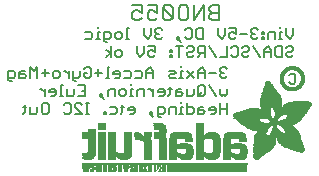
<source format=gbr>
G04 EAGLE Gerber RS-274X export*
G75*
%MOMM*%
%FSLAX34Y34*%
%LPD*%
%INSilkscreen Bottom*%
%IPPOS*%
%AMOC8*
5,1,8,0,0,1.08239X$1,22.5*%
G01*
%ADD10C,0.177800*%
%ADD11C,0.127000*%
%ADD12C,0.304800*%
%ADD13C,0.203200*%
%ADD14R,6.839700X0.016800*%
%ADD15R,0.268300X0.016800*%
%ADD16R,0.268200X0.016800*%
%ADD17R,0.251500X0.016800*%
%ADD18R,0.301800X0.016800*%
%ADD19R,0.251400X0.016800*%
%ADD20R,0.285000X0.016800*%
%ADD21R,0.301700X0.016800*%
%ADD22R,0.419100X0.016800*%
%ADD23R,0.318500X0.016800*%
%ADD24R,0.586700X0.016800*%
%ADD25R,0.586800X0.016800*%
%ADD26R,6.839700X0.016700*%
%ADD27R,0.268300X0.016700*%
%ADD28R,0.251400X0.016700*%
%ADD29R,0.251500X0.016700*%
%ADD30R,0.301800X0.016700*%
%ADD31R,0.285000X0.016700*%
%ADD32R,0.301700X0.016700*%
%ADD33R,0.419100X0.016700*%
%ADD34R,0.318500X0.016700*%
%ADD35R,0.586700X0.016700*%
%ADD36R,0.586800X0.016700*%
%ADD37R,0.318600X0.016800*%
%ADD38R,0.569900X0.016800*%
%ADD39R,0.335300X0.016800*%
%ADD40R,0.234700X0.016800*%
%ADD41R,0.234700X0.016700*%
%ADD42R,0.016700X0.016700*%
%ADD43R,0.318600X0.016700*%
%ADD44R,0.569900X0.016700*%
%ADD45R,0.335300X0.016700*%
%ADD46R,0.217900X0.016800*%
%ADD47R,0.033500X0.016800*%
%ADD48R,0.570000X0.016800*%
%ADD49R,0.201100X0.016700*%
%ADD50R,0.050300X0.016700*%
%ADD51R,0.670500X0.016700*%
%ADD52R,1.005800X0.016700*%
%ADD53R,0.570000X0.016700*%
%ADD54R,0.201100X0.016800*%
%ADD55R,0.067000X0.016800*%
%ADD56R,0.670500X0.016800*%
%ADD57R,1.005800X0.016800*%
%ADD58R,0.184400X0.016800*%
%ADD59R,0.989000X0.016800*%
%ADD60R,0.184400X0.016700*%
%ADD61R,0.067000X0.016700*%
%ADD62R,0.989000X0.016700*%
%ADD63R,0.167600X0.016800*%
%ADD64R,0.083800X0.016800*%
%ADD65R,0.637000X0.016800*%
%ADD66R,0.955500X0.016800*%
%ADD67R,0.150800X0.016800*%
%ADD68R,0.100600X0.016800*%
%ADD69R,0.536400X0.016800*%
%ADD70R,0.854900X0.016800*%
%ADD71R,0.150800X0.016700*%
%ADD72R,0.100600X0.016700*%
%ADD73R,0.352000X0.016700*%
%ADD74R,0.435900X0.016700*%
%ADD75R,0.402400X0.016700*%
%ADD76R,0.368800X0.016700*%
%ADD77R,0.134100X0.016800*%
%ADD78R,0.117300X0.016800*%
%ADD79R,0.435900X0.016800*%
%ADD80R,0.368900X0.016800*%
%ADD81R,0.603500X0.016800*%
%ADD82R,0.134100X0.016700*%
%ADD83R,0.117300X0.016700*%
%ADD84R,0.452600X0.016700*%
%ADD85R,0.620300X0.016700*%
%ADD86R,0.284900X0.016800*%
%ADD87R,0.486200X0.016800*%
%ADD88R,0.653800X0.016800*%
%ADD89R,0.804700X0.016800*%
%ADD90R,0.150900X0.016700*%
%ADD91R,0.268200X0.016700*%
%ADD92R,0.737600X0.016700*%
%ADD93R,0.603500X0.016700*%
%ADD94R,0.922000X0.016700*%
%ADD95R,0.150900X0.016800*%
%ADD96R,0.821400X0.016800*%
%ADD97R,0.972300X0.016800*%
%ADD98R,0.989100X0.016800*%
%ADD99R,0.083800X0.016700*%
%ADD100R,0.167600X0.016700*%
%ADD101R,0.821400X0.016700*%
%ADD102R,0.989100X0.016700*%
%ADD103R,0.201200X0.016700*%
%ADD104R,0.050300X0.016800*%
%ADD105R,0.201200X0.016800*%
%ADD106R,0.217900X0.016700*%
%ADD107R,0.284900X0.016700*%
%ADD108R,0.352100X0.016800*%
%ADD109R,0.620300X0.016800*%
%ADD110R,0.385600X0.016800*%
%ADD111R,0.335200X0.016800*%
%ADD112R,0.385600X0.016700*%
%ADD113R,0.687400X0.016700*%
%ADD114R,13.998000X0.016800*%
%ADD115R,13.998000X0.016700*%
%ADD116R,0.637000X0.016700*%
%ADD117R,0.486100X0.016700*%
%ADD118R,0.637100X0.016700*%
%ADD119R,0.519700X0.016700*%
%ADD120R,0.536500X0.016700*%
%ADD121R,0.787900X0.016800*%
%ADD122R,0.687400X0.016800*%
%ADD123R,0.771200X0.016800*%
%ADD124R,0.637100X0.016800*%
%ADD125R,0.720800X0.016800*%
%ADD126R,0.704100X0.016800*%
%ADD127R,0.754400X0.016800*%
%ADD128R,0.838200X0.016700*%
%ADD129R,0.871800X0.016700*%
%ADD130R,0.871700X0.016700*%
%ADD131R,0.402400X0.016800*%
%ADD132R,0.922100X0.016800*%
%ADD133R,0.938800X0.016800*%
%ADD134R,0.938800X0.016700*%
%ADD135R,1.022600X0.016700*%
%ADD136R,0.972400X0.016700*%
%ADD137R,0.972300X0.016700*%
%ADD138R,0.469400X0.016800*%
%ADD139R,1.072900X0.016800*%
%ADD140R,1.022600X0.016800*%
%ADD141R,1.005900X0.016800*%
%ADD142R,0.502900X0.016800*%
%ADD143R,1.123200X0.016800*%
%ADD144R,1.056200X0.016800*%
%ADD145R,1.123100X0.016800*%
%ADD146R,1.139900X0.016700*%
%ADD147R,1.089600X0.016700*%
%ADD148R,0.553200X0.016800*%
%ADD149R,1.190200X0.016800*%
%ADD150R,1.190300X0.016800*%
%ADD151R,1.039400X0.016800*%
%ADD152R,1.223700X0.016800*%
%ADD153R,1.173500X0.016800*%
%ADD154R,1.223800X0.016800*%
%ADD155R,1.240500X0.016700*%
%ADD156R,1.173500X0.016700*%
%ADD157R,1.240600X0.016700*%
%ADD158R,1.190300X0.016700*%
%ADD159R,1.056200X0.016700*%
%ADD160R,1.274100X0.016800*%
%ADD161R,1.274000X0.016800*%
%ADD162R,1.307600X0.016800*%
%ADD163R,1.257300X0.016800*%
%ADD164R,1.324400X0.016800*%
%ADD165R,0.687300X0.016700*%
%ADD166R,1.324400X0.016700*%
%ADD167R,1.307500X0.016700*%
%ADD168R,1.274100X0.016700*%
%ADD169R,1.072900X0.016700*%
%ADD170R,2.011600X0.016800*%
%ADD171R,1.324300X0.016800*%
%ADD172R,1.978100X0.016800*%
%ADD173R,2.011600X0.016700*%
%ADD174R,1.357900X0.016700*%
%ADD175R,1.994900X0.016700*%
%ADD176R,1.341200X0.016700*%
%ADD177R,1.089700X0.016700*%
%ADD178R,0.754300X0.016800*%
%ADD179R,1.994900X0.016800*%
%ADD180R,1.995000X0.016800*%
%ADD181R,1.089700X0.016800*%
%ADD182R,0.787900X0.016700*%
%ADD183R,1.995000X0.016700*%
%ADD184R,2.028400X0.016800*%
%ADD185R,2.011700X0.016800*%
%ADD186R,1.106500X0.016800*%
%ADD187R,2.028400X0.016700*%
%ADD188R,2.011700X0.016700*%
%ADD189R,1.106500X0.016700*%
%ADD190R,0.888400X0.016800*%
%ADD191R,0.922000X0.016800*%
%ADD192R,0.938700X0.016700*%
%ADD193R,2.045200X0.016800*%
%ADD194R,0.938700X0.016800*%
%ADD195R,0.670600X0.016700*%
%ADD196R,0.888500X0.016700*%
%ADD197R,2.045200X0.016700*%
%ADD198R,0.888400X0.016700*%
%ADD199R,0.804600X0.016800*%
%ADD200R,2.028500X0.016800*%
%ADD201R,1.056100X0.016700*%
%ADD202R,0.771100X0.016700*%
%ADD203R,0.754300X0.016700*%
%ADD204R,2.028500X0.016700*%
%ADD205R,0.737700X0.016700*%
%ADD206R,1.072800X0.016800*%
%ADD207R,0.871700X0.016800*%
%ADD208R,0.737600X0.016800*%
%ADD209R,0.871800X0.016800*%
%ADD210R,1.089600X0.016800*%
%ADD211R,0.704000X0.016800*%
%ADD212R,0.687300X0.016800*%
%ADD213R,0.670600X0.016800*%
%ADD214R,1.123100X0.016700*%
%ADD215R,0.720800X0.016700*%
%ADD216R,0.653700X0.016700*%
%ADD217R,0.653800X0.016700*%
%ADD218R,1.139900X0.016800*%
%ADD219R,1.173400X0.016800*%
%ADD220R,1.190200X0.016700*%
%ADD221R,1.207000X0.016800*%
%ADD222R,1.240500X0.016800*%
%ADD223R,0.469400X0.016700*%
%ADD224R,1.274000X0.016700*%
%ADD225R,0.519600X0.016800*%
%ADD226R,1.341100X0.016800*%
%ADD227R,0.771200X0.016700*%
%ADD228R,1.374600X0.016700*%
%ADD229R,0.838200X0.016800*%
%ADD230R,1.391400X0.016800*%
%ADD231R,1.424900X0.016800*%
%ADD232R,1.441700X0.016700*%
%ADD233R,1.475200X0.016800*%
%ADD234R,1.491900X0.016700*%
%ADD235R,1.525500X0.016800*%
%ADD236R,1.559000X0.016700*%
%ADD237R,1.575800X0.016800*%
%ADD238R,1.307600X0.016700*%
%ADD239R,1.592500X0.016700*%
%ADD240R,1.374700X0.016800*%
%ADD241R,1.609300X0.016800*%
%ADD242R,1.408200X0.016800*%
%ADD243R,1.626100X0.016800*%
%ADD244R,1.626100X0.016700*%
%ADD245R,1.508800X0.016800*%
%ADD246R,1.659600X0.016800*%
%ADD247R,1.559000X0.016800*%
%ADD248R,1.676400X0.016800*%
%ADD249R,1.575800X0.016700*%
%ADD250R,1.676400X0.016700*%
%ADD251R,1.978100X0.016700*%
%ADD252R,1.693100X0.016800*%
%ADD253R,1.642800X0.016800*%
%ADD254R,1.709900X0.016800*%
%ADD255R,1.961300X0.016800*%
%ADD256R,1.726600X0.016700*%
%ADD257R,1.961300X0.016700*%
%ADD258R,1.693200X0.016800*%
%ADD259R,1.726600X0.016800*%
%ADD260R,1.944600X0.016800*%
%ADD261R,1.726700X0.016700*%
%ADD262R,1.743400X0.016700*%
%ADD263R,1.944600X0.016700*%
%ADD264R,1.726700X0.016800*%
%ADD265R,1.760200X0.016800*%
%ADD266R,1.927800X0.016800*%
%ADD267R,1.911000X0.016800*%
%ADD268R,1.793700X0.016700*%
%ADD269R,1.776900X0.016700*%
%ADD270R,1.911100X0.016700*%
%ADD271R,1.894300X0.016700*%
%ADD272R,1.793800X0.016800*%
%ADD273R,1.776900X0.016800*%
%ADD274R,1.911100X0.016800*%
%ADD275R,1.894300X0.016800*%
%ADD276R,1.827300X0.016800*%
%ADD277R,1.810500X0.016800*%
%ADD278R,1.877500X0.016800*%
%ADD279R,1.844100X0.016700*%
%ADD280R,1.810500X0.016700*%
%ADD281R,1.860800X0.016700*%
%ADD282R,1.844000X0.016700*%
%ADD283R,1.860900X0.016800*%
%ADD284R,1.844000X0.016800*%
%ADD285R,1.827200X0.016800*%
%ADD286R,1.860800X0.016800*%
%ADD287R,1.793700X0.016800*%
%ADD288R,1.877600X0.016700*%
%ADD289R,1.827200X0.016700*%
%ADD290R,1.927800X0.016700*%
%ADD291R,1.927900X0.016800*%
%ADD292R,1.944700X0.016700*%
%ADD293R,1.877500X0.016700*%
%ADD294R,1.961400X0.016800*%
%ADD295R,1.961400X0.016700*%
%ADD296R,1.978200X0.016800*%
%ADD297R,1.911000X0.016700*%
%ADD298R,0.620200X0.016800*%
%ADD299R,1.425000X0.016800*%
%ADD300R,0.620200X0.016700*%
%ADD301R,1.425000X0.016700*%
%ADD302R,0.653700X0.016800*%
%ADD303R,0.704100X0.016700*%
%ADD304R,0.804700X0.016700*%
%ADD305R,0.905200X0.016800*%
%ADD306R,1.894400X0.016800*%
%ADD307R,1.927900X0.016700*%
%ADD308R,1.877600X0.016800*%
%ADD309R,3.889300X0.016800*%
%ADD310R,3.872500X0.016700*%
%ADD311R,3.872500X0.016800*%
%ADD312R,3.855700X0.016700*%
%ADD313R,0.754400X0.016700*%
%ADD314R,3.855700X0.016800*%
%ADD315R,3.839000X0.016800*%
%ADD316R,0.720900X0.016800*%
%ADD317R,3.822200X0.016700*%
%ADD318R,2.715700X0.016800*%
%ADD319R,2.632000X0.016800*%
%ADD320R,1.290800X0.016800*%
%ADD321R,2.615200X0.016700*%
%ADD322R,1.257300X0.016700*%
%ADD323R,2.581700X0.016800*%
%ADD324R,1.240600X0.016800*%
%ADD325R,2.564900X0.016800*%
%ADD326R,1.760300X0.016800*%
%ADD327R,2.531400X0.016700*%
%ADD328R,1.156700X0.016700*%
%ADD329R,2.514600X0.016800*%
%ADD330R,0.955600X0.016800*%
%ADD331R,2.497800X0.016800*%
%ADD332R,1.659700X0.016800*%
%ADD333R,2.464300X0.016700*%
%ADD334R,1.039300X0.016700*%
%ADD335R,2.447500X0.016800*%
%ADD336R,1.592500X0.016800*%
%ADD337R,0.536500X0.016800*%
%ADD338R,2.430800X0.016700*%
%ADD339R,1.559100X0.016700*%
%ADD340R,1.542300X0.016700*%
%ADD341R,0.502900X0.016700*%
%ADD342R,2.414000X0.016800*%
%ADD343R,0.905300X0.016800*%
%ADD344R,1.508700X0.016800*%
%ADD345R,0.888500X0.016800*%
%ADD346R,2.397300X0.016800*%
%ADD347R,1.441700X0.016800*%
%ADD348R,0.452700X0.016800*%
%ADD349R,1.290900X0.016700*%
%ADD350R,1.156700X0.016800*%
%ADD351R,0.855000X0.016800*%
%ADD352R,1.123200X0.016700*%
%ADD353R,0.720900X0.016700*%
%ADD354R,1.106400X0.016800*%
%ADD355R,1.106400X0.016700*%
%ADD356R,0.771100X0.016800*%
%ADD357R,0.435800X0.016700*%
%ADD358R,1.592600X0.016700*%
%ADD359R,0.435800X0.016800*%
%ADD360R,1.642900X0.016800*%
%ADD361R,0.402300X0.016800*%
%ADD362R,1.793800X0.016700*%
%ADD363R,0.368800X0.016800*%
%ADD364R,1.056100X0.016800*%
%ADD365R,1.039400X0.016700*%
%ADD366R,2.078800X0.016800*%
%ADD367R,0.335200X0.016700*%
%ADD368R,2.145800X0.016700*%
%ADD369R,2.162600X0.016800*%
%ADD370R,0.352000X0.016800*%
%ADD371R,2.212800X0.016800*%
%ADD372R,2.279900X0.016700*%
%ADD373R,2.330200X0.016800*%
%ADD374R,2.799500X0.016800*%
%ADD375R,2.816300X0.016700*%
%ADD376R,0.955500X0.016700*%
%ADD377R,2.849900X0.016800*%
%ADD378R,2.916900X0.016800*%
%ADD379R,4.224500X0.016700*%
%ADD380R,4.291600X0.016800*%
%ADD381R,4.409000X0.016800*%
%ADD382R,4.509500X0.016700*%
%ADD383R,4.526300X0.016800*%
%ADD384R,4.626800X0.016700*%
%ADD385R,4.693900X0.016800*%
%ADD386R,4.727400X0.016800*%
%ADD387R,2.548200X0.016700*%
%ADD388R,2.179300X0.016700*%
%ADD389R,2.430800X0.016800*%
%ADD390R,2.414000X0.016700*%
%ADD391R,2.414100X0.016800*%
%ADD392R,2.430700X0.016700*%
%ADD393R,2.447600X0.016700*%
%ADD394R,1.559100X0.016800*%
%ADD395R,1.525500X0.016700*%
%ADD396R,1.492000X0.016800*%
%ADD397R,1.491900X0.016800*%
%ADD398R,1.458500X0.016700*%
%ADD399R,2.061900X0.016800*%
%ADD400R,1.408100X0.016700*%
%ADD401R,0.905200X0.016700*%
%ADD402R,2.112300X0.016700*%
%ADD403R,2.179300X0.016800*%
%ADD404R,1.408200X0.016700*%
%ADD405R,2.212900X0.016700*%
%ADD406R,1.140000X0.016800*%
%ADD407R,3.319300X0.016800*%
%ADD408R,1.374700X0.016700*%
%ADD409R,0.402300X0.016700*%
%ADD410R,3.302500X0.016700*%
%ADD411R,3.285700X0.016800*%
%ADD412R,1.357900X0.016800*%
%ADD413R,3.269000X0.016800*%
%ADD414R,3.285800X0.016700*%
%ADD415R,3.268900X0.016800*%
%ADD416R,0.452700X0.016700*%
%ADD417R,3.268900X0.016700*%
%ADD418R,1.391400X0.016700*%
%ADD419R,3.269000X0.016700*%
%ADD420R,1.374600X0.016800*%
%ADD421R,0.519700X0.016800*%
%ADD422R,3.252200X0.016800*%
%ADD423R,3.235400X0.016800*%
%ADD424R,3.235400X0.016700*%
%ADD425R,3.218600X0.016800*%
%ADD426R,3.201900X0.016800*%
%ADD427R,3.201900X0.016700*%
%ADD428R,1.458500X0.016800*%
%ADD429R,1.525600X0.016800*%
%ADD430R,3.185100X0.016800*%
%ADD431R,2.531300X0.016700*%
%ADD432R,3.168400X0.016700*%
%ADD433R,2.531300X0.016800*%
%ADD434R,3.151600X0.016800*%
%ADD435R,2.548100X0.016800*%
%ADD436R,3.134900X0.016800*%
%ADD437R,2.564900X0.016700*%
%ADD438R,3.118100X0.016700*%
%ADD439R,2.581600X0.016800*%
%ADD440R,3.101400X0.016800*%
%ADD441R,2.598400X0.016700*%
%ADD442R,3.067900X0.016700*%
%ADD443R,2.598400X0.016800*%
%ADD444R,3.034300X0.016800*%
%ADD445R,2.615100X0.016800*%
%ADD446R,3.000800X0.016800*%
%ADD447R,2.631900X0.016700*%
%ADD448R,2.950500X0.016700*%
%ADD449R,2.648700X0.016800*%
%ADD450R,2.900200X0.016800*%
%ADD451R,2.665500X0.016800*%
%ADD452R,2.682200X0.016700*%
%ADD453R,2.799600X0.016700*%
%ADD454R,2.699000X0.016800*%
%ADD455R,2.732500X0.016800*%
%ADD456R,2.749300X0.016700*%
%ADD457R,2.632000X0.016700*%
%ADD458R,2.749300X0.016800*%
%ADD459R,2.766100X0.016700*%
%ADD460R,2.766100X0.016800*%
%ADD461R,2.481100X0.016800*%
%ADD462R,2.782900X0.016800*%
%ADD463R,2.380500X0.016700*%
%ADD464R,2.833100X0.016800*%
%ADD465R,1.592600X0.016800*%
%ADD466R,2.849900X0.016700*%
%ADD467R,2.883400X0.016800*%
%ADD468R,2.917000X0.016700*%
%ADD469R,2.933700X0.016800*%
%ADD470R,2.967200X0.016800*%
%ADD471R,2.967200X0.016700*%
%ADD472R,3.017500X0.016700*%
%ADD473R,3.051000X0.016800*%
%ADD474R,0.788000X0.016800*%
%ADD475R,3.084600X0.016800*%
%ADD476R,2.397300X0.016700*%
%ADD477R,2.397200X0.016800*%
%ADD478R,1.760200X0.016700*%
%ADD479R,2.397200X0.016700*%
%ADD480R,1.827300X0.016700*%
%ADD481R,2.380500X0.016800*%
%ADD482R,2.363700X0.016800*%
%ADD483R,2.363700X0.016700*%
%ADD484R,2.346900X0.016800*%
%ADD485R,2.296600X0.016700*%
%ADD486R,2.279900X0.016800*%
%ADD487R,2.246300X0.016800*%
%ADD488R,2.229600X0.016700*%
%ADD489R,2.129100X0.016800*%
%ADD490R,2.112300X0.016800*%
%ADD491R,1.609300X0.016700*%
%ADD492R,1.743400X0.016800*%
%ADD493R,1.693100X0.016700*%
%ADD494R,1.659700X0.016700*%
%ADD495R,1.575900X0.016800*%
%ADD496R,1.575900X0.016700*%
%ADD497R,1.475200X0.016700*%
%ADD498R,1.324300X0.016700*%
%ADD499R,1.290800X0.016700*%
%ADD500R,1.207000X0.016700*%
%ADD501R,0.854900X0.016700*%
%ADD502R,0.821500X0.016700*%
%ADD503R,0.821500X0.016800*%
%ADD504R,0.218000X0.016800*%


D10*
X184453Y158877D02*
X184453Y171334D01*
X178225Y171334D01*
X176148Y169258D01*
X176148Y167181D01*
X178225Y165105D01*
X176148Y163029D01*
X176148Y160953D01*
X178225Y158877D01*
X184453Y158877D01*
X184453Y165105D02*
X178225Y165105D01*
X171356Y158877D02*
X171356Y171334D01*
X163051Y158877D01*
X163051Y171334D01*
X156182Y171334D02*
X152030Y171334D01*
X156182Y171334D02*
X158258Y169258D01*
X158258Y160953D01*
X156182Y158877D01*
X152030Y158877D01*
X149954Y160953D01*
X149954Y169258D01*
X152030Y171334D01*
X145161Y169258D02*
X145161Y160953D01*
X145161Y169258D02*
X143085Y171334D01*
X138933Y171334D01*
X136857Y169258D01*
X136857Y160953D01*
X138933Y158877D01*
X143085Y158877D01*
X145161Y160953D01*
X136857Y169258D01*
X132064Y171334D02*
X123759Y171334D01*
X132064Y171334D02*
X132064Y165105D01*
X127912Y167181D01*
X125836Y167181D01*
X123759Y165105D01*
X123759Y160953D01*
X125836Y158877D01*
X129988Y158877D01*
X132064Y160953D01*
X118967Y171334D02*
X110662Y171334D01*
X118967Y171334D02*
X118967Y165105D01*
X114814Y167181D01*
X112738Y167181D01*
X110662Y165105D01*
X110662Y160953D01*
X112738Y158877D01*
X116890Y158877D01*
X118967Y160953D01*
D11*
X247015Y151773D02*
X247015Y145841D01*
X244049Y142875D01*
X241083Y145841D01*
X241083Y151773D01*
X237660Y148807D02*
X236177Y148807D01*
X236177Y142875D01*
X237660Y142875D02*
X234694Y142875D01*
X236177Y151773D02*
X236177Y153256D01*
X231423Y148807D02*
X231423Y142875D01*
X231423Y148807D02*
X226974Y148807D01*
X225491Y147324D01*
X225491Y142875D01*
X222068Y148807D02*
X220585Y148807D01*
X220585Y147324D01*
X222068Y147324D01*
X222068Y148807D01*
X222068Y144358D02*
X220585Y144358D01*
X220585Y142875D01*
X222068Y142875D01*
X222068Y144358D01*
X217390Y150290D02*
X215907Y151773D01*
X212941Y151773D01*
X211459Y150290D01*
X211459Y148807D01*
X212941Y147324D01*
X214424Y147324D01*
X212941Y147324D02*
X211459Y145841D01*
X211459Y144358D01*
X212941Y142875D01*
X215907Y142875D01*
X217390Y144358D01*
X208035Y147324D02*
X202103Y147324D01*
X198680Y151773D02*
X192748Y151773D01*
X198680Y151773D02*
X198680Y147324D01*
X195714Y148807D01*
X194231Y148807D01*
X192748Y147324D01*
X192748Y144358D01*
X194231Y142875D01*
X197197Y142875D01*
X198680Y144358D01*
X189325Y145841D02*
X189325Y151773D01*
X189325Y145841D02*
X186359Y142875D01*
X183393Y145841D01*
X183393Y151773D01*
X170614Y151773D02*
X170614Y142875D01*
X166166Y142875D01*
X164683Y144358D01*
X164683Y150290D01*
X166166Y151773D01*
X170614Y151773D01*
X156810Y151773D02*
X155327Y150290D01*
X156810Y151773D02*
X159776Y151773D01*
X161259Y150290D01*
X161259Y144358D01*
X159776Y142875D01*
X156810Y142875D01*
X155327Y144358D01*
X151904Y139909D02*
X148938Y142875D01*
X148938Y144358D01*
X150421Y144358D01*
X150421Y142875D01*
X148938Y142875D01*
X136312Y150290D02*
X134829Y151773D01*
X131863Y151773D01*
X130380Y150290D01*
X130380Y148807D01*
X131863Y147324D01*
X133346Y147324D01*
X131863Y147324D02*
X130380Y145841D01*
X130380Y144358D01*
X131863Y142875D01*
X134829Y142875D01*
X136312Y144358D01*
X126957Y145841D02*
X126957Y151773D01*
X126957Y145841D02*
X123991Y142875D01*
X121025Y145841D01*
X121025Y151773D01*
X108246Y151773D02*
X106764Y151773D01*
X106764Y142875D01*
X108246Y142875D02*
X105281Y142875D01*
X100527Y142875D02*
X97561Y142875D01*
X96078Y144358D01*
X96078Y147324D01*
X97561Y148807D01*
X100527Y148807D01*
X102010Y147324D01*
X102010Y144358D01*
X100527Y142875D01*
X89689Y139909D02*
X88206Y139909D01*
X86723Y141392D01*
X86723Y148807D01*
X91172Y148807D01*
X92654Y147324D01*
X92654Y144358D01*
X91172Y142875D01*
X86723Y142875D01*
X83299Y148807D02*
X81816Y148807D01*
X81816Y142875D01*
X83299Y142875D02*
X80333Y142875D01*
X81816Y151773D02*
X81816Y153256D01*
X75580Y148807D02*
X71131Y148807D01*
X75580Y148807D02*
X77062Y147324D01*
X77062Y144358D01*
X75580Y142875D01*
X71131Y142875D01*
X241083Y135050D02*
X242566Y136533D01*
X245532Y136533D01*
X247015Y135050D01*
X247015Y133567D01*
X245532Y132084D01*
X242566Y132084D01*
X241083Y130601D01*
X241083Y129118D01*
X242566Y127635D01*
X245532Y127635D01*
X247015Y129118D01*
X237660Y127635D02*
X237660Y136533D01*
X237660Y127635D02*
X233211Y127635D01*
X231728Y129118D01*
X231728Y135050D01*
X233211Y136533D01*
X237660Y136533D01*
X228305Y133567D02*
X228305Y127635D01*
X228305Y133567D02*
X225339Y136533D01*
X222373Y133567D01*
X222373Y127635D01*
X222373Y132084D02*
X228305Y132084D01*
X218949Y127635D02*
X213018Y136533D01*
X205145Y136533D02*
X203663Y135050D01*
X205145Y136533D02*
X208111Y136533D01*
X209594Y135050D01*
X209594Y133567D01*
X208111Y132084D01*
X205145Y132084D01*
X203663Y130601D01*
X203663Y129118D01*
X205145Y127635D01*
X208111Y127635D01*
X209594Y129118D01*
X195790Y136533D02*
X194307Y135050D01*
X195790Y136533D02*
X198756Y136533D01*
X200239Y135050D01*
X200239Y129118D01*
X198756Y127635D01*
X195790Y127635D01*
X194307Y129118D01*
X190884Y127635D02*
X190884Y136533D01*
X190884Y127635D02*
X184952Y127635D01*
X181529Y127635D02*
X175597Y136533D01*
X172174Y136533D02*
X172174Y127635D01*
X172174Y136533D02*
X167725Y136533D01*
X166242Y135050D01*
X166242Y132084D01*
X167725Y130601D01*
X172174Y130601D01*
X169208Y130601D02*
X166242Y127635D01*
X158370Y136533D02*
X156887Y135050D01*
X158370Y136533D02*
X161335Y136533D01*
X162818Y135050D01*
X162818Y133567D01*
X161335Y132084D01*
X158370Y132084D01*
X156887Y130601D01*
X156887Y129118D01*
X158370Y127635D01*
X161335Y127635D01*
X162818Y129118D01*
X150497Y127635D02*
X150497Y136533D01*
X153463Y136533D02*
X147531Y136533D01*
X144108Y133567D02*
X142625Y133567D01*
X142625Y132084D01*
X144108Y132084D01*
X144108Y133567D01*
X144108Y129118D02*
X142625Y129118D01*
X142625Y127635D01*
X144108Y127635D01*
X144108Y129118D01*
X130075Y136533D02*
X124143Y136533D01*
X130075Y136533D02*
X130075Y132084D01*
X127109Y133567D01*
X125626Y133567D01*
X124143Y132084D01*
X124143Y129118D01*
X125626Y127635D01*
X128592Y127635D01*
X130075Y129118D01*
X120720Y130601D02*
X120720Y136533D01*
X120720Y130601D02*
X117754Y127635D01*
X114788Y130601D01*
X114788Y136533D01*
X100527Y127635D02*
X97561Y127635D01*
X96078Y129118D01*
X96078Y132084D01*
X97561Y133567D01*
X100527Y133567D01*
X102010Y132084D01*
X102010Y129118D01*
X100527Y127635D01*
X92654Y127635D02*
X92654Y136533D01*
X92654Y130601D02*
X88206Y127635D01*
X92654Y130601D02*
X88206Y133567D01*
X189652Y118753D02*
X191135Y117270D01*
X189652Y118753D02*
X186686Y118753D01*
X185203Y117270D01*
X185203Y115787D01*
X186686Y114304D01*
X188169Y114304D01*
X186686Y114304D02*
X185203Y112821D01*
X185203Y111338D01*
X186686Y109855D01*
X189652Y109855D01*
X191135Y111338D01*
X181780Y114304D02*
X175848Y114304D01*
X172425Y115787D02*
X172425Y109855D01*
X172425Y115787D02*
X169459Y118753D01*
X166493Y115787D01*
X166493Y109855D01*
X166493Y114304D02*
X172425Y114304D01*
X163069Y115787D02*
X157138Y109855D01*
X163069Y109855D02*
X157138Y115787D01*
X153714Y115787D02*
X152231Y115787D01*
X152231Y109855D01*
X153714Y109855D02*
X150748Y109855D01*
X152231Y118753D02*
X152231Y120236D01*
X147477Y109855D02*
X143029Y109855D01*
X141546Y111338D01*
X143029Y112821D01*
X145995Y112821D01*
X147477Y114304D01*
X145995Y115787D01*
X141546Y115787D01*
X128767Y115787D02*
X128767Y109855D01*
X128767Y115787D02*
X125801Y118753D01*
X122835Y115787D01*
X122835Y109855D01*
X122835Y114304D02*
X128767Y114304D01*
X117929Y115787D02*
X113480Y115787D01*
X117929Y115787D02*
X119412Y114304D01*
X119412Y111338D01*
X117929Y109855D01*
X113480Y109855D01*
X108574Y115787D02*
X104125Y115787D01*
X108574Y115787D02*
X110057Y114304D01*
X110057Y111338D01*
X108574Y109855D01*
X104125Y109855D01*
X99219Y109855D02*
X96253Y109855D01*
X99219Y109855D02*
X100702Y111338D01*
X100702Y114304D01*
X99219Y115787D01*
X96253Y115787D01*
X94770Y114304D01*
X94770Y112821D01*
X100702Y112821D01*
X91346Y118753D02*
X89863Y118753D01*
X89863Y109855D01*
X88381Y109855D02*
X91346Y109855D01*
X85110Y114304D02*
X79178Y114304D01*
X82144Y117270D02*
X82144Y111338D01*
X71306Y118753D02*
X69823Y117270D01*
X71306Y118753D02*
X74271Y118753D01*
X75754Y117270D01*
X75754Y111338D01*
X74271Y109855D01*
X71306Y109855D01*
X69823Y111338D01*
X69823Y114304D01*
X72789Y114304D01*
X66399Y115787D02*
X66399Y111338D01*
X64916Y109855D01*
X60467Y109855D01*
X60467Y108372D02*
X60467Y115787D01*
X60467Y108372D02*
X61950Y106889D01*
X63433Y106889D01*
X57044Y109855D02*
X57044Y115787D01*
X57044Y112821D02*
X54078Y115787D01*
X52595Y115787D01*
X47765Y109855D02*
X44799Y109855D01*
X43316Y111338D01*
X43316Y114304D01*
X44799Y115787D01*
X47765Y115787D01*
X49248Y114304D01*
X49248Y111338D01*
X47765Y109855D01*
X39893Y114304D02*
X33961Y114304D01*
X36927Y117270D02*
X36927Y111338D01*
X30538Y109855D02*
X30538Y118753D01*
X27572Y115787D01*
X24606Y118753D01*
X24606Y109855D01*
X19700Y115787D02*
X16734Y115787D01*
X15251Y114304D01*
X15251Y109855D01*
X19700Y109855D01*
X21182Y111338D01*
X19700Y112821D01*
X15251Y112821D01*
X8861Y106889D02*
X7379Y106889D01*
X5896Y108372D01*
X5896Y115787D01*
X10344Y115787D01*
X11827Y114304D01*
X11827Y111338D01*
X10344Y109855D01*
X5896Y109855D01*
X191135Y100547D02*
X191135Y96098D01*
X189652Y94615D01*
X188169Y96098D01*
X186686Y94615D01*
X185203Y96098D01*
X185203Y100547D01*
X181780Y94615D02*
X175848Y103513D01*
X172425Y102030D02*
X172425Y96098D01*
X172425Y102030D02*
X170942Y103513D01*
X167976Y103513D01*
X166493Y102030D01*
X166493Y96098D01*
X167976Y94615D01*
X170942Y94615D01*
X172425Y96098D01*
X169459Y97581D02*
X166493Y94615D01*
X163069Y96098D02*
X163069Y100547D01*
X163069Y96098D02*
X161587Y94615D01*
X157138Y94615D01*
X157138Y100547D01*
X152231Y100547D02*
X149265Y100547D01*
X147783Y99064D01*
X147783Y94615D01*
X152231Y94615D01*
X153714Y96098D01*
X152231Y97581D01*
X147783Y97581D01*
X142876Y96098D02*
X142876Y102030D01*
X142876Y96098D02*
X141393Y94615D01*
X141393Y100547D02*
X144359Y100547D01*
X136639Y94615D02*
X133674Y94615D01*
X136639Y94615D02*
X138122Y96098D01*
X138122Y99064D01*
X136639Y100547D01*
X133674Y100547D01*
X132191Y99064D01*
X132191Y97581D01*
X138122Y97581D01*
X128767Y94615D02*
X128767Y100547D01*
X128767Y97581D02*
X125801Y100547D01*
X124318Y100547D01*
X120971Y100547D02*
X120971Y94615D01*
X120971Y100547D02*
X116522Y100547D01*
X115039Y99064D01*
X115039Y94615D01*
X111616Y100547D02*
X110133Y100547D01*
X110133Y94615D01*
X111616Y94615D02*
X108650Y94615D01*
X110133Y103513D02*
X110133Y104996D01*
X103896Y94615D02*
X100930Y94615D01*
X99447Y96098D01*
X99447Y99064D01*
X100930Y100547D01*
X103896Y100547D01*
X105379Y99064D01*
X105379Y96098D01*
X103896Y94615D01*
X96024Y94615D02*
X96024Y100547D01*
X91575Y100547D01*
X90092Y99064D01*
X90092Y94615D01*
X86669Y91649D02*
X83703Y94615D01*
X83703Y96098D01*
X85186Y96098D01*
X85186Y94615D01*
X83703Y94615D01*
X71077Y103513D02*
X65145Y103513D01*
X71077Y103513D02*
X71077Y94615D01*
X65145Y94615D01*
X68111Y99064D02*
X71077Y99064D01*
X61722Y100547D02*
X61722Y96098D01*
X60239Y94615D01*
X55790Y94615D01*
X55790Y100547D01*
X52366Y103513D02*
X50884Y103513D01*
X50884Y94615D01*
X52366Y94615D02*
X49401Y94615D01*
X44647Y94615D02*
X41681Y94615D01*
X44647Y94615D02*
X46130Y96098D01*
X46130Y99064D01*
X44647Y100547D01*
X41681Y100547D01*
X40198Y99064D01*
X40198Y97581D01*
X46130Y97581D01*
X36774Y94615D02*
X36774Y100547D01*
X33809Y100547D02*
X36774Y97581D01*
X33809Y100547D02*
X32326Y100547D01*
X191135Y88273D02*
X191135Y79375D01*
X191135Y83824D02*
X185203Y83824D01*
X185203Y88273D02*
X185203Y79375D01*
X180297Y79375D02*
X177331Y79375D01*
X180297Y79375D02*
X181780Y80858D01*
X181780Y83824D01*
X180297Y85307D01*
X177331Y85307D01*
X175848Y83824D01*
X175848Y82341D01*
X181780Y82341D01*
X170942Y85307D02*
X167976Y85307D01*
X166493Y83824D01*
X166493Y79375D01*
X170942Y79375D01*
X172425Y80858D01*
X170942Y82341D01*
X166493Y82341D01*
X157138Y79375D02*
X157138Y88273D01*
X157138Y79375D02*
X161587Y79375D01*
X163069Y80858D01*
X163069Y83824D01*
X161587Y85307D01*
X157138Y85307D01*
X153714Y85307D02*
X152231Y85307D01*
X152231Y79375D01*
X153714Y79375D02*
X150748Y79375D01*
X152231Y88273D02*
X152231Y89756D01*
X147477Y85307D02*
X147477Y79375D01*
X147477Y85307D02*
X143029Y85307D01*
X141546Y83824D01*
X141546Y79375D01*
X135156Y76409D02*
X133674Y76409D01*
X132191Y77892D01*
X132191Y85307D01*
X136639Y85307D01*
X138122Y83824D01*
X138122Y80858D01*
X136639Y79375D01*
X132191Y79375D01*
X128767Y76409D02*
X125801Y79375D01*
X125801Y80858D01*
X127284Y80858D01*
X127284Y79375D01*
X125801Y79375D01*
X111692Y79375D02*
X108726Y79375D01*
X111692Y79375D02*
X113175Y80858D01*
X113175Y83824D01*
X111692Y85307D01*
X108726Y85307D01*
X107243Y83824D01*
X107243Y82341D01*
X113175Y82341D01*
X102337Y80858D02*
X102337Y86790D01*
X102337Y80858D02*
X100854Y79375D01*
X100854Y85307D02*
X103820Y85307D01*
X96100Y85307D02*
X91651Y85307D01*
X96100Y85307D02*
X97583Y83824D01*
X97583Y80858D01*
X96100Y79375D01*
X91651Y79375D01*
X88228Y79375D02*
X88228Y80858D01*
X86745Y80858D01*
X86745Y79375D01*
X88228Y79375D01*
X74195Y79375D02*
X71229Y79375D01*
X72712Y79375D02*
X72712Y88273D01*
X74195Y88273D02*
X71229Y88273D01*
X67958Y79375D02*
X62027Y79375D01*
X67958Y79375D02*
X62027Y85307D01*
X62027Y86790D01*
X63510Y88273D01*
X66476Y88273D01*
X67958Y86790D01*
X54154Y88273D02*
X52672Y86790D01*
X54154Y88273D02*
X57120Y88273D01*
X58603Y86790D01*
X58603Y80858D01*
X57120Y79375D01*
X54154Y79375D01*
X52672Y80858D01*
X38410Y88273D02*
X35444Y88273D01*
X38410Y88273D02*
X39893Y86790D01*
X39893Y80858D01*
X38410Y79375D01*
X35444Y79375D01*
X33961Y80858D01*
X33961Y86790D01*
X35444Y88273D01*
X30538Y85307D02*
X30538Y80858D01*
X29055Y79375D01*
X24606Y79375D01*
X24606Y85307D01*
X19700Y86790D02*
X19700Y80858D01*
X18217Y79375D01*
X18217Y85307D02*
X21182Y85307D01*
D12*
X237400Y109220D02*
X237403Y109440D01*
X237411Y109661D01*
X237424Y109881D01*
X237443Y110100D01*
X237468Y110319D01*
X237497Y110538D01*
X237532Y110755D01*
X237573Y110972D01*
X237618Y111188D01*
X237669Y111402D01*
X237725Y111615D01*
X237787Y111827D01*
X237853Y112037D01*
X237925Y112245D01*
X238002Y112452D01*
X238084Y112656D01*
X238170Y112859D01*
X238262Y113059D01*
X238359Y113258D01*
X238460Y113453D01*
X238567Y113646D01*
X238678Y113837D01*
X238793Y114024D01*
X238913Y114209D01*
X239038Y114391D01*
X239167Y114569D01*
X239301Y114745D01*
X239438Y114917D01*
X239580Y115085D01*
X239726Y115251D01*
X239876Y115412D01*
X240030Y115570D01*
X240188Y115724D01*
X240349Y115874D01*
X240515Y116020D01*
X240683Y116162D01*
X240855Y116299D01*
X241031Y116433D01*
X241209Y116562D01*
X241391Y116687D01*
X241576Y116807D01*
X241763Y116922D01*
X241954Y117033D01*
X242147Y117140D01*
X242342Y117241D01*
X242541Y117338D01*
X242741Y117430D01*
X242944Y117516D01*
X243148Y117598D01*
X243355Y117675D01*
X243563Y117747D01*
X243773Y117813D01*
X243985Y117875D01*
X244198Y117931D01*
X244412Y117982D01*
X244628Y118027D01*
X244845Y118068D01*
X245062Y118103D01*
X245281Y118132D01*
X245500Y118157D01*
X245719Y118176D01*
X245939Y118189D01*
X246160Y118197D01*
X246380Y118200D01*
X246600Y118197D01*
X246821Y118189D01*
X247041Y118176D01*
X247260Y118157D01*
X247479Y118132D01*
X247698Y118103D01*
X247915Y118068D01*
X248132Y118027D01*
X248348Y117982D01*
X248562Y117931D01*
X248775Y117875D01*
X248987Y117813D01*
X249197Y117747D01*
X249405Y117675D01*
X249612Y117598D01*
X249816Y117516D01*
X250019Y117430D01*
X250219Y117338D01*
X250418Y117241D01*
X250613Y117140D01*
X250806Y117033D01*
X250997Y116922D01*
X251184Y116807D01*
X251369Y116687D01*
X251551Y116562D01*
X251729Y116433D01*
X251905Y116299D01*
X252077Y116162D01*
X252245Y116020D01*
X252411Y115874D01*
X252572Y115724D01*
X252730Y115570D01*
X252884Y115412D01*
X253034Y115251D01*
X253180Y115085D01*
X253322Y114917D01*
X253459Y114745D01*
X253593Y114569D01*
X253722Y114391D01*
X253847Y114209D01*
X253967Y114024D01*
X254082Y113837D01*
X254193Y113646D01*
X254300Y113453D01*
X254401Y113258D01*
X254498Y113059D01*
X254590Y112859D01*
X254676Y112656D01*
X254758Y112452D01*
X254835Y112245D01*
X254907Y112037D01*
X254973Y111827D01*
X255035Y111615D01*
X255091Y111402D01*
X255142Y111188D01*
X255187Y110972D01*
X255228Y110755D01*
X255263Y110538D01*
X255292Y110319D01*
X255317Y110100D01*
X255336Y109881D01*
X255349Y109661D01*
X255357Y109440D01*
X255360Y109220D01*
X255357Y109000D01*
X255349Y108779D01*
X255336Y108559D01*
X255317Y108340D01*
X255292Y108121D01*
X255263Y107902D01*
X255228Y107685D01*
X255187Y107468D01*
X255142Y107252D01*
X255091Y107038D01*
X255035Y106825D01*
X254973Y106613D01*
X254907Y106403D01*
X254835Y106195D01*
X254758Y105988D01*
X254676Y105784D01*
X254590Y105581D01*
X254498Y105381D01*
X254401Y105182D01*
X254300Y104987D01*
X254193Y104794D01*
X254082Y104603D01*
X253967Y104416D01*
X253847Y104231D01*
X253722Y104049D01*
X253593Y103871D01*
X253459Y103695D01*
X253322Y103523D01*
X253180Y103355D01*
X253034Y103189D01*
X252884Y103028D01*
X252730Y102870D01*
X252572Y102716D01*
X252411Y102566D01*
X252245Y102420D01*
X252077Y102278D01*
X251905Y102141D01*
X251729Y102007D01*
X251551Y101878D01*
X251369Y101753D01*
X251184Y101633D01*
X250997Y101518D01*
X250806Y101407D01*
X250613Y101300D01*
X250418Y101199D01*
X250219Y101102D01*
X250019Y101010D01*
X249816Y100924D01*
X249612Y100842D01*
X249405Y100765D01*
X249197Y100693D01*
X248987Y100627D01*
X248775Y100565D01*
X248562Y100509D01*
X248348Y100458D01*
X248132Y100413D01*
X247915Y100372D01*
X247698Y100337D01*
X247479Y100308D01*
X247260Y100283D01*
X247041Y100264D01*
X246821Y100251D01*
X246600Y100243D01*
X246380Y100240D01*
X246160Y100243D01*
X245939Y100251D01*
X245719Y100264D01*
X245500Y100283D01*
X245281Y100308D01*
X245062Y100337D01*
X244845Y100372D01*
X244628Y100413D01*
X244412Y100458D01*
X244198Y100509D01*
X243985Y100565D01*
X243773Y100627D01*
X243563Y100693D01*
X243355Y100765D01*
X243148Y100842D01*
X242944Y100924D01*
X242741Y101010D01*
X242541Y101102D01*
X242342Y101199D01*
X242147Y101300D01*
X241954Y101407D01*
X241763Y101518D01*
X241576Y101633D01*
X241391Y101753D01*
X241209Y101878D01*
X241031Y102007D01*
X240855Y102141D01*
X240683Y102278D01*
X240515Y102420D01*
X240349Y102566D01*
X240188Y102716D01*
X240030Y102870D01*
X239876Y103028D01*
X239726Y103189D01*
X239580Y103355D01*
X239438Y103523D01*
X239301Y103695D01*
X239167Y103871D01*
X239038Y104049D01*
X238913Y104231D01*
X238793Y104416D01*
X238678Y104603D01*
X238567Y104794D01*
X238460Y104987D01*
X238359Y105182D01*
X238262Y105381D01*
X238170Y105581D01*
X238084Y105784D01*
X238002Y105988D01*
X237925Y106195D01*
X237853Y106403D01*
X237787Y106613D01*
X237725Y106825D01*
X237669Y107038D01*
X237618Y107252D01*
X237573Y107468D01*
X237532Y107685D01*
X237497Y107902D01*
X237468Y108121D01*
X237443Y108340D01*
X237424Y108559D01*
X237411Y108779D01*
X237403Y109000D01*
X237400Y109220D01*
D13*
X243497Y111935D02*
X244853Y113291D01*
X247564Y113291D01*
X248920Y111935D01*
X248920Y106512D01*
X247564Y105156D01*
X244853Y105156D01*
X243497Y106512D01*
D14*
X174222Y30480D03*
D15*
X137676Y30480D03*
D16*
X134155Y30480D03*
D17*
X129713Y30480D03*
D15*
X126109Y30480D03*
D18*
X122085Y30480D03*
D19*
X117978Y30480D03*
D20*
X114122Y30480D03*
D21*
X110183Y30480D03*
D22*
X105573Y30480D03*
X100376Y30480D03*
D23*
X95682Y30480D03*
D20*
X91658Y30480D03*
X87803Y30480D03*
D24*
X82271Y30480D03*
D21*
X76823Y30480D03*
D25*
X71374Y30480D03*
D26*
X174222Y30648D03*
D27*
X137676Y30648D03*
D28*
X134239Y30648D03*
D29*
X129713Y30648D03*
D30*
X125941Y30648D03*
D31*
X122001Y30648D03*
D32*
X118062Y30648D03*
D31*
X114122Y30648D03*
D32*
X110183Y30648D03*
D33*
X105573Y30648D03*
X100376Y30648D03*
D34*
X95682Y30648D03*
D31*
X91658Y30648D03*
X87803Y30648D03*
D35*
X82271Y30648D03*
D34*
X76907Y30648D03*
D36*
X71374Y30648D03*
D14*
X174222Y30815D03*
D15*
X137676Y30815D03*
D19*
X134239Y30815D03*
D17*
X129713Y30815D03*
D37*
X125857Y30815D03*
D15*
X121918Y30815D03*
D23*
X117978Y30815D03*
D20*
X114122Y30815D03*
D23*
X110267Y30815D03*
D22*
X105573Y30815D03*
X100376Y30815D03*
D23*
X95682Y30815D03*
D20*
X91658Y30815D03*
X87803Y30815D03*
D38*
X82355Y30815D03*
D39*
X76823Y30815D03*
D25*
X71374Y30815D03*
D14*
X174222Y30983D03*
D15*
X137676Y30983D03*
D40*
X134323Y30983D03*
D17*
X129713Y30983D03*
D37*
X125857Y30983D03*
D15*
X121918Y30983D03*
D23*
X117978Y30983D03*
D19*
X114122Y30983D03*
D23*
X110267Y30983D03*
D22*
X105573Y30983D03*
X100376Y30983D03*
D23*
X95682Y30983D03*
D20*
X91658Y30983D03*
X87803Y30983D03*
D38*
X82355Y30983D03*
D39*
X76823Y30983D03*
D25*
X71374Y30983D03*
D26*
X174222Y31151D03*
D27*
X137676Y31151D03*
D41*
X134323Y31151D03*
D42*
X132060Y31151D03*
D29*
X129713Y31151D03*
D43*
X125857Y31151D03*
D27*
X121918Y31151D03*
D34*
X117978Y31151D03*
D28*
X114122Y31151D03*
D34*
X110267Y31151D03*
D33*
X105573Y31151D03*
X100376Y31151D03*
D34*
X95682Y31151D03*
D31*
X91658Y31151D03*
X87803Y31151D03*
D44*
X82355Y31151D03*
D45*
X76823Y31151D03*
D36*
X71374Y31151D03*
D14*
X174222Y31318D03*
D15*
X137676Y31318D03*
D46*
X134407Y31318D03*
D47*
X132144Y31318D03*
D17*
X129713Y31318D03*
D37*
X125857Y31318D03*
D15*
X121918Y31318D03*
D23*
X117978Y31318D03*
D19*
X114122Y31318D03*
D23*
X110267Y31318D03*
D22*
X105573Y31318D03*
X100376Y31318D03*
D21*
X95766Y31318D03*
D20*
X91658Y31318D03*
X87803Y31318D03*
D38*
X82355Y31318D03*
D39*
X76823Y31318D03*
D48*
X71290Y31318D03*
D14*
X174222Y31486D03*
D15*
X137676Y31486D03*
D46*
X134407Y31486D03*
D47*
X132144Y31486D03*
D17*
X129713Y31486D03*
D37*
X125857Y31486D03*
D15*
X121918Y31486D03*
D23*
X117978Y31486D03*
D19*
X114122Y31486D03*
D23*
X110267Y31486D03*
D22*
X105573Y31486D03*
X100376Y31486D03*
D21*
X95766Y31486D03*
D20*
X91658Y31486D03*
X87803Y31486D03*
D38*
X82355Y31486D03*
D39*
X76823Y31486D03*
D48*
X71290Y31486D03*
D26*
X174222Y31654D03*
D27*
X137676Y31654D03*
D49*
X134491Y31654D03*
D50*
X132228Y31654D03*
D29*
X129713Y31654D03*
D43*
X125857Y31654D03*
D27*
X121918Y31654D03*
D34*
X117978Y31654D03*
D51*
X112027Y31654D03*
D33*
X105573Y31654D03*
X100376Y31654D03*
D32*
X95766Y31654D03*
D30*
X91742Y31654D03*
D31*
X87803Y31654D03*
D52*
X80175Y31654D03*
D53*
X71290Y31654D03*
D14*
X174222Y31821D03*
D15*
X137676Y31821D03*
D54*
X134491Y31821D03*
D55*
X132311Y31821D03*
D17*
X129713Y31821D03*
D37*
X125857Y31821D03*
D17*
X121834Y31821D03*
D23*
X117978Y31821D03*
D56*
X112027Y31821D03*
D22*
X105573Y31821D03*
X100376Y31821D03*
D21*
X95766Y31821D03*
D18*
X91742Y31821D03*
D20*
X87803Y31821D03*
D57*
X80175Y31821D03*
D25*
X71374Y31821D03*
D14*
X174222Y31989D03*
D15*
X137676Y31989D03*
D58*
X134574Y31989D03*
D55*
X132311Y31989D03*
D17*
X129713Y31989D03*
D39*
X125774Y31989D03*
D17*
X121834Y31989D03*
D23*
X117978Y31989D03*
D56*
X112027Y31989D03*
D22*
X105573Y31989D03*
X100376Y31989D03*
D21*
X95766Y31989D03*
D18*
X91742Y31989D03*
D20*
X87803Y31989D03*
D59*
X80259Y31989D03*
D25*
X71374Y31989D03*
D26*
X174222Y32157D03*
D27*
X137676Y32157D03*
D60*
X134574Y32157D03*
D61*
X132311Y32157D03*
D29*
X129713Y32157D03*
D45*
X125774Y32157D03*
D29*
X121834Y32157D03*
D34*
X117978Y32157D03*
D51*
X112027Y32157D03*
D33*
X105573Y32157D03*
X100376Y32157D03*
D31*
X95849Y32157D03*
D43*
X91826Y32157D03*
D31*
X87803Y32157D03*
D62*
X80259Y32157D03*
D36*
X71374Y32157D03*
D14*
X174222Y32324D03*
D15*
X137676Y32324D03*
D63*
X134658Y32324D03*
D64*
X132395Y32324D03*
D17*
X129713Y32324D03*
D39*
X125774Y32324D03*
D17*
X121834Y32324D03*
D23*
X117978Y32324D03*
D65*
X112194Y32324D03*
D22*
X105573Y32324D03*
X100376Y32324D03*
D37*
X91826Y32324D03*
D20*
X87803Y32324D03*
D66*
X80427Y32324D03*
D25*
X71374Y32324D03*
D14*
X174222Y32492D03*
D15*
X137676Y32492D03*
D67*
X134742Y32492D03*
D68*
X132479Y32492D03*
D17*
X129713Y32492D03*
D39*
X125774Y32492D03*
D17*
X121834Y32492D03*
D23*
X117978Y32492D03*
D69*
X112697Y32492D03*
D22*
X105573Y32492D03*
X100376Y32492D03*
D39*
X91910Y32492D03*
D20*
X87803Y32492D03*
D70*
X80930Y32492D03*
D25*
X71374Y32492D03*
D26*
X174222Y32660D03*
D27*
X137676Y32660D03*
D71*
X134742Y32660D03*
D72*
X132479Y32660D03*
D29*
X129713Y32660D03*
D45*
X125774Y32660D03*
D29*
X121834Y32660D03*
D34*
X117978Y32660D03*
D73*
X113619Y32660D03*
D74*
X105657Y32660D03*
D33*
X100376Y32660D03*
D75*
X92245Y32660D03*
D31*
X87803Y32660D03*
D76*
X80343Y32660D03*
D36*
X71374Y32660D03*
D14*
X174222Y32827D03*
D15*
X137676Y32827D03*
D77*
X134826Y32827D03*
D78*
X132563Y32827D03*
D17*
X129713Y32827D03*
D39*
X125774Y32827D03*
D17*
X121834Y32827D03*
D23*
X117978Y32827D03*
D21*
X113871Y32827D03*
D79*
X105657Y32827D03*
D22*
X100376Y32827D03*
D80*
X92078Y32827D03*
D20*
X87803Y32827D03*
D23*
X80595Y32827D03*
D81*
X71458Y32827D03*
D26*
X174222Y32995D03*
D27*
X137676Y32995D03*
D82*
X134826Y32995D03*
D83*
X132563Y32995D03*
D29*
X129713Y32995D03*
D45*
X125774Y32995D03*
D29*
X121834Y32995D03*
D34*
X117978Y32995D03*
D32*
X113871Y32995D03*
D84*
X105740Y32995D03*
D33*
X100376Y32995D03*
D45*
X91910Y32995D03*
D31*
X87803Y32995D03*
D34*
X80595Y32995D03*
D85*
X71542Y32995D03*
D14*
X174222Y33162D03*
D15*
X137676Y33162D03*
D78*
X134910Y33162D03*
X132563Y33162D03*
D17*
X129713Y33162D03*
D39*
X125774Y33162D03*
D17*
X121834Y33162D03*
D23*
X117978Y33162D03*
D86*
X113955Y33162D03*
D87*
X105908Y33162D03*
D22*
X100376Y33162D03*
D16*
X95933Y33162D03*
D37*
X91826Y33162D03*
D20*
X87803Y33162D03*
D18*
X80678Y33162D03*
D88*
X71709Y33162D03*
D14*
X174222Y33330D03*
D15*
X137676Y33330D03*
D78*
X134910Y33330D03*
D77*
X132647Y33330D03*
D17*
X129713Y33330D03*
D39*
X125774Y33330D03*
D17*
X121834Y33330D03*
D23*
X117978Y33330D03*
D16*
X114038Y33330D03*
D65*
X106662Y33330D03*
D22*
X100376Y33330D03*
D21*
X95766Y33330D03*
D18*
X91742Y33330D03*
D20*
X87803Y33330D03*
D18*
X80678Y33330D03*
D89*
X72464Y33330D03*
D26*
X174222Y33498D03*
D27*
X137676Y33498D03*
D72*
X134993Y33498D03*
D90*
X132731Y33498D03*
D29*
X129713Y33498D03*
D45*
X125774Y33498D03*
D29*
X121834Y33498D03*
D34*
X117978Y33498D03*
D91*
X114038Y33498D03*
D92*
X107165Y33498D03*
D33*
X100376Y33498D03*
D32*
X95766Y33498D03*
D30*
X91742Y33498D03*
D31*
X87803Y33498D03*
D93*
X82187Y33498D03*
D94*
X73050Y33498D03*
D14*
X174222Y33665D03*
D15*
X137676Y33665D03*
D68*
X134993Y33665D03*
D95*
X132731Y33665D03*
D17*
X129713Y33665D03*
D39*
X125774Y33665D03*
D17*
X121834Y33665D03*
D23*
X117978Y33665D03*
D16*
X114038Y33665D03*
D96*
X107584Y33665D03*
D22*
X100376Y33665D03*
D23*
X95682Y33665D03*
D20*
X91658Y33665D03*
X87803Y33665D03*
D24*
X82271Y33665D03*
D97*
X73302Y33665D03*
D14*
X174222Y33833D03*
D15*
X137676Y33833D03*
D64*
X135077Y33833D03*
D63*
X132814Y33833D03*
D17*
X129713Y33833D03*
D37*
X125857Y33833D03*
D17*
X121834Y33833D03*
D23*
X117978Y33833D03*
D16*
X114038Y33833D03*
D96*
X107584Y33833D03*
D22*
X100376Y33833D03*
D23*
X95682Y33833D03*
D20*
X91658Y33833D03*
X87803Y33833D03*
D24*
X82271Y33833D03*
D98*
X73386Y33833D03*
D26*
X174222Y34001D03*
D27*
X137676Y34001D03*
D99*
X135077Y34001D03*
D100*
X132814Y34001D03*
D29*
X129713Y34001D03*
D43*
X125857Y34001D03*
D29*
X121834Y34001D03*
D34*
X117978Y34001D03*
D91*
X114038Y34001D03*
D101*
X107584Y34001D03*
D33*
X100376Y34001D03*
D34*
X95682Y34001D03*
D31*
X91658Y34001D03*
X87803Y34001D03*
D35*
X82271Y34001D03*
D102*
X73386Y34001D03*
D14*
X174222Y34168D03*
D15*
X137676Y34168D03*
D55*
X135161Y34168D03*
D58*
X132898Y34168D03*
D17*
X129713Y34168D03*
D37*
X125857Y34168D03*
D15*
X121918Y34168D03*
D23*
X117978Y34168D03*
D16*
X114038Y34168D03*
D96*
X107584Y34168D03*
D22*
X100376Y34168D03*
D23*
X95682Y34168D03*
D20*
X91658Y34168D03*
X87803Y34168D03*
D24*
X82271Y34168D03*
D98*
X73386Y34168D03*
D14*
X174222Y34336D03*
D15*
X137676Y34336D03*
D55*
X135161Y34336D03*
D58*
X132898Y34336D03*
D17*
X129713Y34336D03*
D37*
X125857Y34336D03*
D15*
X121918Y34336D03*
D23*
X117978Y34336D03*
D16*
X114038Y34336D03*
D96*
X107584Y34336D03*
D22*
X100376Y34336D03*
D23*
X95682Y34336D03*
D20*
X91658Y34336D03*
X87803Y34336D03*
D24*
X82271Y34336D03*
D98*
X73386Y34336D03*
D26*
X174222Y34504D03*
D27*
X137676Y34504D03*
D50*
X135245Y34504D03*
D103*
X132982Y34504D03*
D29*
X129713Y34504D03*
D43*
X125857Y34504D03*
D27*
X121918Y34504D03*
D34*
X117978Y34504D03*
D91*
X114038Y34504D03*
D32*
X110183Y34504D03*
D74*
X105657Y34504D03*
D33*
X100376Y34504D03*
D34*
X95682Y34504D03*
D31*
X91658Y34504D03*
X87803Y34504D03*
D35*
X82271Y34504D03*
D32*
X76823Y34504D03*
D36*
X71374Y34504D03*
D14*
X174222Y34671D03*
D15*
X137676Y34671D03*
D104*
X135245Y34671D03*
D105*
X132982Y34671D03*
D17*
X129713Y34671D03*
D37*
X125857Y34671D03*
D15*
X121918Y34671D03*
D23*
X117978Y34671D03*
D16*
X114038Y34671D03*
D86*
X110267Y34671D03*
D79*
X105657Y34671D03*
D22*
X100376Y34671D03*
D23*
X95682Y34671D03*
D20*
X91658Y34671D03*
X87803Y34671D03*
D24*
X82271Y34671D03*
D21*
X76823Y34671D03*
D25*
X71374Y34671D03*
D26*
X174222Y34839D03*
D27*
X137676Y34839D03*
D50*
X135245Y34839D03*
D106*
X133066Y34839D03*
D29*
X129713Y34839D03*
D43*
X125857Y34839D03*
D27*
X121918Y34839D03*
D34*
X117978Y34839D03*
D91*
X114038Y34839D03*
D107*
X110267Y34839D03*
D74*
X105657Y34839D03*
D33*
X100376Y34839D03*
D34*
X95682Y34839D03*
D31*
X91658Y34839D03*
X87803Y34839D03*
D35*
X82271Y34839D03*
D32*
X76823Y34839D03*
D36*
X71374Y34839D03*
D14*
X174222Y35006D03*
D15*
X137676Y35006D03*
D40*
X133150Y35006D03*
D17*
X129713Y35006D03*
D37*
X125857Y35006D03*
D15*
X121918Y35006D03*
D23*
X117978Y35006D03*
D16*
X114038Y35006D03*
D86*
X110267Y35006D03*
D79*
X105657Y35006D03*
D22*
X100376Y35006D03*
D23*
X95682Y35006D03*
D20*
X91658Y35006D03*
X87803Y35006D03*
D24*
X82271Y35006D03*
D21*
X76823Y35006D03*
D25*
X71374Y35006D03*
D14*
X174222Y35174D03*
D15*
X137676Y35174D03*
D40*
X133150Y35174D03*
D17*
X129713Y35174D03*
D18*
X125941Y35174D03*
D20*
X122001Y35174D03*
D23*
X117978Y35174D03*
D16*
X114038Y35174D03*
D86*
X110267Y35174D03*
D79*
X105657Y35174D03*
D22*
X100376Y35174D03*
D21*
X95766Y35174D03*
D20*
X91658Y35174D03*
X87803Y35174D03*
D24*
X82271Y35174D03*
D21*
X76823Y35174D03*
D25*
X71374Y35174D03*
D26*
X174222Y35342D03*
D27*
X137676Y35342D03*
D41*
X133150Y35342D03*
D29*
X129713Y35342D03*
D31*
X126025Y35342D03*
X122001Y35342D03*
D34*
X117978Y35342D03*
D91*
X114038Y35342D03*
D107*
X110267Y35342D03*
D74*
X105657Y35342D03*
D33*
X100376Y35342D03*
D32*
X95766Y35342D03*
D31*
X91658Y35342D03*
X87803Y35342D03*
D93*
X82187Y35342D03*
D32*
X76823Y35342D03*
D36*
X71374Y35342D03*
D14*
X174222Y35509D03*
D15*
X137676Y35509D03*
D19*
X133233Y35509D03*
D17*
X129713Y35509D03*
D18*
X122085Y35509D03*
D23*
X117978Y35509D03*
D16*
X114038Y35509D03*
D105*
X106830Y35509D03*
X99286Y35509D03*
D18*
X91742Y35509D03*
D20*
X87803Y35509D03*
D17*
X80427Y35509D03*
D81*
X71458Y35509D03*
D14*
X174222Y35677D03*
D15*
X137676Y35677D03*
D16*
X133317Y35677D03*
D17*
X129713Y35677D03*
D18*
X122085Y35677D03*
D23*
X117978Y35677D03*
D86*
X113955Y35677D03*
D105*
X106830Y35677D03*
X99286Y35677D03*
D37*
X91826Y35677D03*
D20*
X87803Y35677D03*
D17*
X80427Y35677D03*
D81*
X71458Y35677D03*
D26*
X174222Y35845D03*
D27*
X137676Y35845D03*
D91*
X133317Y35845D03*
D29*
X129713Y35845D03*
D34*
X122169Y35845D03*
X117978Y35845D03*
D107*
X113955Y35845D03*
D106*
X106914Y35845D03*
D103*
X99286Y35845D03*
D43*
X91826Y35845D03*
D31*
X87803Y35845D03*
D29*
X80427Y35845D03*
D85*
X71542Y35845D03*
D14*
X174222Y36012D03*
D15*
X137676Y36012D03*
D20*
X133401Y36012D03*
D17*
X129713Y36012D03*
D108*
X122337Y36012D03*
D23*
X117978Y36012D03*
D21*
X113871Y36012D03*
D40*
X106998Y36012D03*
D105*
X99286Y36012D03*
D39*
X91910Y36012D03*
D20*
X87803Y36012D03*
D16*
X80343Y36012D03*
D109*
X71542Y36012D03*
D14*
X174222Y36180D03*
D15*
X137676Y36180D03*
D20*
X133401Y36180D03*
D17*
X129713Y36180D03*
D110*
X122504Y36180D03*
D23*
X117978Y36180D03*
D111*
X113703Y36180D03*
D17*
X107082Y36180D03*
D105*
X99286Y36180D03*
D108*
X91994Y36180D03*
D20*
X87803Y36180D03*
D18*
X80175Y36180D03*
D88*
X71709Y36180D03*
D26*
X174222Y36348D03*
D27*
X137676Y36348D03*
D32*
X133485Y36348D03*
D29*
X129713Y36348D03*
D74*
X122756Y36348D03*
D34*
X117978Y36348D03*
D76*
X113535Y36348D03*
D31*
X107249Y36348D03*
D103*
X99286Y36348D03*
D112*
X92161Y36348D03*
D31*
X87803Y36348D03*
D45*
X80008Y36348D03*
D113*
X71877Y36348D03*
D114*
X138430Y36515D03*
X138430Y36683D03*
D115*
X138430Y36851D03*
D114*
X138430Y37018D03*
D115*
X138430Y37186D03*
D114*
X138430Y37353D03*
D104*
X216215Y40371D03*
D105*
X74308Y40371D03*
D103*
X216131Y40539D03*
D36*
X201798Y40539D03*
D116*
X191153Y40539D03*
D117*
X178329Y40539D03*
D85*
X168103Y40539D03*
D36*
X156032Y40539D03*
D116*
X145555Y40539D03*
D118*
X136838Y40539D03*
X123762Y40539D03*
D119*
X103897Y40539D03*
D118*
X93419Y40539D03*
D116*
X84869Y40539D03*
D120*
X73973Y40539D03*
D16*
X216131Y40706D03*
D121*
X201798Y40706D03*
D65*
X191153Y40706D03*
D122*
X178496Y40706D03*
D109*
X168103Y40706D03*
D123*
X156116Y40706D03*
D65*
X145555Y40706D03*
D124*
X136838Y40706D03*
X123762Y40706D03*
D125*
X103896Y40706D03*
D124*
X93419Y40706D03*
D65*
X84869Y40706D03*
D126*
X73638Y40706D03*
D18*
X216131Y40874D03*
D96*
X201798Y40874D03*
D65*
X191153Y40874D03*
D127*
X178496Y40874D03*
D109*
X168103Y40874D03*
D96*
X156032Y40874D03*
D65*
X145555Y40874D03*
D124*
X136838Y40874D03*
X123762Y40874D03*
D123*
X103980Y40874D03*
D124*
X93419Y40874D03*
D65*
X84869Y40874D03*
D123*
X73637Y40874D03*
D73*
X216215Y41042D03*
D94*
X201798Y41042D03*
D116*
X191153Y41042D03*
D128*
X178580Y41042D03*
D85*
X168103Y41042D03*
D94*
X156032Y41042D03*
D116*
X145555Y41042D03*
D118*
X136838Y41042D03*
X123762Y41042D03*
D129*
X103980Y41042D03*
D118*
X93419Y41042D03*
D116*
X84869Y41042D03*
D130*
X73470Y41042D03*
D131*
X216131Y41209D03*
D59*
X201798Y41209D03*
D65*
X191153Y41209D03*
D132*
X178664Y41209D03*
D109*
X168103Y41209D03*
D98*
X156033Y41209D03*
D65*
X145555Y41209D03*
D124*
X136838Y41209D03*
X123762Y41209D03*
D133*
X103980Y41209D03*
D124*
X93419Y41209D03*
D65*
X84869Y41209D03*
D97*
X73302Y41209D03*
D74*
X216299Y41377D03*
D52*
X201714Y41377D03*
D116*
X191153Y41377D03*
D134*
X178580Y41377D03*
D85*
X168103Y41377D03*
D135*
X156032Y41377D03*
D116*
X145555Y41377D03*
D118*
X136838Y41377D03*
X123762Y41377D03*
D136*
X103980Y41377D03*
D118*
X93419Y41377D03*
D116*
X84869Y41377D03*
D137*
X73302Y41377D03*
D138*
X216299Y41544D03*
D139*
X201715Y41544D03*
D65*
X191153Y41544D03*
D57*
X178580Y41544D03*
D109*
X168103Y41544D03*
D139*
X155949Y41544D03*
D65*
X145555Y41544D03*
D124*
X136838Y41544D03*
X123762Y41544D03*
D140*
X103896Y41544D03*
D124*
X93419Y41544D03*
D65*
X84869Y41544D03*
D141*
X73470Y41544D03*
D142*
X216467Y41712D03*
D143*
X201630Y41712D03*
D65*
X191153Y41712D03*
D144*
X178496Y41712D03*
D109*
X168103Y41712D03*
D145*
X155865Y41712D03*
D65*
X145555Y41712D03*
D124*
X136838Y41712D03*
X123762Y41712D03*
D144*
X103896Y41712D03*
D124*
X93419Y41712D03*
D65*
X84869Y41712D03*
D140*
X73553Y41712D03*
D120*
X216467Y41880D03*
D146*
X201547Y41880D03*
D116*
X191153Y41880D03*
D147*
X178496Y41880D03*
D85*
X168103Y41880D03*
D146*
X155949Y41880D03*
D116*
X145555Y41880D03*
D118*
X136838Y41880D03*
X123762Y41880D03*
D147*
X103896Y41880D03*
D118*
X93419Y41880D03*
D116*
X84869Y41880D03*
D135*
X73553Y41880D03*
D148*
X216550Y42047D03*
D149*
X201630Y42047D03*
D65*
X191153Y42047D03*
D143*
X178496Y42047D03*
D109*
X168103Y42047D03*
D150*
X155865Y42047D03*
D65*
X145555Y42047D03*
D124*
X136838Y42047D03*
X123762Y42047D03*
D143*
X103896Y42047D03*
D124*
X93419Y42047D03*
D65*
X84869Y42047D03*
D151*
X73637Y42047D03*
D81*
X216635Y42215D03*
D152*
X201463Y42215D03*
D65*
X191153Y42215D03*
D153*
X178413Y42215D03*
D109*
X168103Y42215D03*
D154*
X155697Y42215D03*
D65*
X145555Y42215D03*
D124*
X136838Y42215D03*
X123762Y42215D03*
D153*
X103813Y42215D03*
D124*
X93419Y42215D03*
D65*
X84869Y42215D03*
D144*
X73721Y42215D03*
D93*
X216635Y42383D03*
D155*
X201379Y42383D03*
D116*
X191153Y42383D03*
D156*
X178413Y42383D03*
D85*
X168103Y42383D03*
D157*
X155613Y42383D03*
D116*
X145555Y42383D03*
D118*
X136838Y42383D03*
X123762Y42383D03*
D158*
X103729Y42383D03*
D118*
X93419Y42383D03*
D116*
X84869Y42383D03*
D159*
X73721Y42383D03*
D65*
X216802Y42550D03*
D160*
X201379Y42550D03*
D65*
X191153Y42550D03*
D154*
X178328Y42550D03*
D109*
X168103Y42550D03*
D161*
X155613Y42550D03*
D65*
X145555Y42550D03*
D124*
X136838Y42550D03*
X123762Y42550D03*
D152*
X103729Y42550D03*
D124*
X93419Y42550D03*
D65*
X84869Y42550D03*
D139*
X73805Y42550D03*
D56*
X216970Y42718D03*
D162*
X201211Y42718D03*
D65*
X191153Y42718D03*
D163*
X178329Y42718D03*
D109*
X168103Y42718D03*
D164*
X155529Y42718D03*
D65*
X145555Y42718D03*
D124*
X136838Y42718D03*
X123762Y42718D03*
D163*
X103561Y42718D03*
D124*
X93419Y42718D03*
D65*
X84869Y42718D03*
D139*
X73805Y42718D03*
D165*
X217054Y42886D03*
D166*
X201295Y42886D03*
D116*
X191153Y42886D03*
D167*
X178245Y42886D03*
D85*
X168103Y42886D03*
D166*
X155529Y42886D03*
D116*
X145555Y42886D03*
D118*
X136838Y42886D03*
X123762Y42886D03*
D168*
X103645Y42886D03*
D118*
X93419Y42886D03*
D116*
X84869Y42886D03*
D169*
X73805Y42886D03*
D125*
X217221Y43053D03*
D170*
X198026Y43053D03*
D171*
X178161Y43053D03*
D109*
X168103Y43053D03*
D172*
X152261Y43053D03*
D124*
X136838Y43053D03*
X123762Y43053D03*
D162*
X103477Y43053D03*
D124*
X93419Y43053D03*
D65*
X84869Y43053D03*
D139*
X73805Y43053D03*
D92*
X217305Y43221D03*
D173*
X198026Y43221D03*
D174*
X178161Y43221D03*
D85*
X168103Y43221D03*
D175*
X152345Y43221D03*
D118*
X136838Y43221D03*
X123762Y43221D03*
D176*
X103477Y43221D03*
D118*
X93419Y43221D03*
D116*
X84869Y43221D03*
D177*
X73889Y43221D03*
D178*
X217389Y43388D03*
D170*
X198026Y43388D03*
D179*
X174976Y43388D03*
X152345Y43388D03*
D124*
X136838Y43388D03*
X123762Y43388D03*
D180*
X100208Y43388D03*
D65*
X84869Y43388D03*
D181*
X73889Y43388D03*
D121*
X217557Y43556D03*
D170*
X198026Y43556D03*
D179*
X174976Y43556D03*
X152345Y43556D03*
D124*
X136838Y43556D03*
X123762Y43556D03*
D180*
X100208Y43556D03*
D65*
X84869Y43556D03*
D181*
X73889Y43556D03*
D182*
X217557Y43724D03*
D173*
X198026Y43724D03*
D175*
X174976Y43724D03*
X152345Y43724D03*
D118*
X136838Y43724D03*
X123762Y43724D03*
D183*
X100208Y43724D03*
D116*
X84869Y43724D03*
D177*
X73889Y43724D03*
D96*
X217724Y43891D03*
D184*
X198110Y43891D03*
D185*
X175060Y43891D03*
D170*
X152428Y43891D03*
D124*
X136838Y43891D03*
X123762Y43891D03*
D185*
X100292Y43891D03*
D65*
X84869Y43891D03*
D181*
X73889Y43891D03*
D70*
X217892Y44059D03*
D184*
X198110Y44059D03*
X175143Y44059D03*
D170*
X152428Y44059D03*
D124*
X136838Y44059D03*
X123762Y44059D03*
D185*
X100292Y44059D03*
D65*
X84869Y44059D03*
D186*
X73973Y44059D03*
D130*
X217976Y44227D03*
D187*
X198110Y44227D03*
X175143Y44227D03*
D173*
X152428Y44227D03*
D118*
X136838Y44227D03*
X123762Y44227D03*
D188*
X100292Y44227D03*
D116*
X84869Y44227D03*
D189*
X73973Y44227D03*
D190*
X218059Y44394D03*
D184*
X198110Y44394D03*
X175143Y44394D03*
D170*
X152428Y44394D03*
D124*
X136838Y44394D03*
X123762Y44394D03*
D185*
X100292Y44394D03*
D65*
X84869Y44394D03*
D186*
X73973Y44394D03*
D191*
X218227Y44562D03*
D184*
X198110Y44562D03*
X175143Y44562D03*
X152512Y44562D03*
D124*
X136838Y44562D03*
X123762Y44562D03*
D185*
X100292Y44562D03*
D65*
X84869Y44562D03*
D186*
X73973Y44562D03*
D192*
X218311Y44730D03*
D187*
X198110Y44730D03*
X175143Y44730D03*
X152512Y44730D03*
D118*
X136838Y44730D03*
X123762Y44730D03*
D188*
X100292Y44730D03*
D116*
X84869Y44730D03*
D189*
X73973Y44730D03*
D66*
X218395Y44897D03*
D184*
X198110Y44897D03*
D193*
X175227Y44897D03*
D184*
X152512Y44897D03*
D124*
X136838Y44897D03*
X123762Y44897D03*
D185*
X100292Y44897D03*
D65*
X84869Y44897D03*
D186*
X73973Y44897D03*
D59*
X218562Y45065D03*
D126*
X204732Y45065D03*
D66*
X192746Y45065D03*
D193*
X175227Y45065D03*
D126*
X159134Y45065D03*
D194*
X147064Y45065D03*
D124*
X136838Y45065D03*
X123762Y45065D03*
D185*
X100292Y45065D03*
D65*
X84869Y45065D03*
D186*
X73973Y45065D03*
D52*
X218646Y45233D03*
D195*
X204899Y45233D03*
D196*
X192411Y45233D03*
D197*
X175227Y45233D03*
D165*
X159218Y45233D03*
D198*
X146812Y45233D03*
D118*
X136838Y45233D03*
X123762Y45233D03*
D188*
X100292Y45233D03*
D116*
X84869Y45233D03*
D189*
X73973Y45233D03*
D140*
X218730Y45400D03*
D88*
X205151Y45400D03*
D96*
X192075Y45400D03*
D193*
X175227Y45400D03*
D88*
X159385Y45400D03*
D199*
X146393Y45400D03*
D124*
X136838Y45400D03*
X123762Y45400D03*
D200*
X100376Y45400D03*
D65*
X84869Y45400D03*
D186*
X73973Y45400D03*
D201*
X218898Y45568D03*
D118*
X205235Y45568D03*
D202*
X191824Y45568D03*
D197*
X175227Y45568D03*
D116*
X159469Y45568D03*
D203*
X146142Y45568D03*
D118*
X136838Y45568D03*
X123762Y45568D03*
D204*
X100376Y45568D03*
D116*
X84869Y45568D03*
D205*
X75817Y45568D03*
D206*
X218981Y45735D03*
D124*
X205235Y45735D03*
D178*
X191740Y45735D03*
D127*
X181681Y45735D03*
D207*
X169360Y45735D03*
D65*
X159469Y45735D03*
D208*
X146058Y45735D03*
D124*
X136838Y45735D03*
X123762Y45735D03*
D127*
X106746Y45735D03*
D209*
X94592Y45735D03*
D65*
X84869Y45735D03*
D122*
X76068Y45735D03*
D210*
X219065Y45903D03*
D109*
X205319Y45903D03*
D211*
X191488Y45903D03*
D212*
X182017Y45903D03*
D121*
X168941Y45903D03*
D109*
X159553Y45903D03*
D212*
X145807Y45903D03*
D124*
X136838Y45903D03*
X123762Y45903D03*
D126*
X106998Y45903D03*
D89*
X94257Y45903D03*
D65*
X84869Y45903D03*
D213*
X76152Y45903D03*
D214*
X219233Y46071D03*
D85*
X205319Y46071D03*
D51*
X191321Y46071D03*
D195*
X182100Y46071D03*
D215*
X168605Y46071D03*
D85*
X159553Y46071D03*
D216*
X145639Y46071D03*
D118*
X136838Y46071D03*
X123762Y46071D03*
D165*
X107082Y46071D03*
D205*
X93922Y46071D03*
D116*
X84869Y46071D03*
D217*
X76236Y46071D03*
D218*
X219317Y46238D03*
D109*
X205319Y46238D03*
D65*
X191153Y46238D03*
D213*
X182268Y46238D03*
D126*
X168522Y46238D03*
D109*
X159553Y46238D03*
D65*
X145555Y46238D03*
D124*
X136838Y46238D03*
X123762Y46238D03*
D213*
X107165Y46238D03*
D126*
X93754Y46238D03*
D65*
X84869Y46238D03*
D88*
X76236Y46238D03*
D78*
X254102Y46406D03*
D219*
X219484Y46406D03*
D109*
X205319Y46406D03*
D65*
X191153Y46406D03*
D213*
X182268Y46406D03*
D88*
X168270Y46406D03*
D81*
X159637Y46406D03*
D65*
X145555Y46406D03*
D124*
X136838Y46406D03*
X123762Y46406D03*
D213*
X107165Y46406D03*
D88*
X93502Y46406D03*
D65*
X84869Y46406D03*
D88*
X76236Y46406D03*
D28*
X253934Y46574D03*
D220*
X219568Y46574D03*
D85*
X205319Y46574D03*
D116*
X191153Y46574D03*
D217*
X182352Y46574D03*
D85*
X168103Y46574D03*
D93*
X159637Y46574D03*
D116*
X145555Y46574D03*
D118*
X136838Y46574D03*
X123762Y46574D03*
D217*
X107249Y46574D03*
D118*
X93419Y46574D03*
D116*
X84869Y46574D03*
D118*
X76320Y46574D03*
D18*
X254018Y46741D03*
D221*
X219652Y46741D03*
D109*
X205319Y46741D03*
D65*
X191153Y46741D03*
D88*
X182352Y46741D03*
D109*
X168103Y46741D03*
D81*
X159637Y46741D03*
D65*
X145555Y46741D03*
D124*
X136838Y46741D03*
X123762Y46741D03*
D88*
X107249Y46741D03*
D124*
X93419Y46741D03*
D65*
X84869Y46741D03*
D124*
X76320Y46741D03*
D110*
X253766Y46909D03*
D222*
X219820Y46909D03*
D109*
X205319Y46909D03*
D65*
X191153Y46909D03*
D88*
X182352Y46909D03*
D109*
X168103Y46909D03*
D81*
X159637Y46909D03*
D65*
X145555Y46909D03*
D124*
X136838Y46909D03*
X123762Y46909D03*
D88*
X107249Y46909D03*
D124*
X93419Y46909D03*
D65*
X84869Y46909D03*
D124*
X76320Y46909D03*
D223*
X253515Y47077D03*
D224*
X219987Y47077D03*
D85*
X205319Y47077D03*
D116*
X191153Y47077D03*
D118*
X182436Y47077D03*
D85*
X168103Y47077D03*
D93*
X159637Y47077D03*
D116*
X145555Y47077D03*
D118*
X136838Y47077D03*
X123762Y47077D03*
D217*
X107249Y47077D03*
D118*
X93419Y47077D03*
D116*
X84869Y47077D03*
D118*
X76320Y47077D03*
D225*
X253431Y47244D03*
D161*
X219987Y47244D03*
D109*
X205319Y47244D03*
D65*
X191153Y47244D03*
D124*
X182436Y47244D03*
D109*
X168103Y47244D03*
D81*
X159637Y47244D03*
D65*
X145555Y47244D03*
D124*
X136838Y47244D03*
X123762Y47244D03*
D88*
X107249Y47244D03*
D124*
X93419Y47244D03*
D65*
X84869Y47244D03*
D124*
X76320Y47244D03*
D93*
X253180Y47412D03*
D167*
X220155Y47412D03*
D85*
X205319Y47412D03*
D116*
X191153Y47412D03*
X182603Y47412D03*
D85*
X168103Y47412D03*
D93*
X159637Y47412D03*
D116*
X145555Y47412D03*
D118*
X136838Y47412D03*
X123762Y47412D03*
D116*
X107333Y47412D03*
D118*
X93419Y47412D03*
D116*
X84869Y47412D03*
D118*
X76320Y47412D03*
D88*
X252928Y47579D03*
D171*
X220239Y47579D03*
D109*
X205319Y47579D03*
D65*
X191153Y47579D03*
X182603Y47579D03*
D109*
X168103Y47579D03*
D81*
X159637Y47579D03*
D65*
X145555Y47579D03*
D124*
X136838Y47579D03*
X123762Y47579D03*
D65*
X107333Y47579D03*
D124*
X93419Y47579D03*
D65*
X84869Y47579D03*
D124*
X76320Y47579D03*
D126*
X252845Y47747D03*
D226*
X220323Y47747D03*
D109*
X205319Y47747D03*
D65*
X191153Y47747D03*
X182603Y47747D03*
D109*
X168103Y47747D03*
D81*
X159637Y47747D03*
D65*
X145555Y47747D03*
D124*
X136838Y47747D03*
X123762Y47747D03*
D65*
X107333Y47747D03*
D124*
X93419Y47747D03*
D65*
X84869Y47747D03*
D124*
X76320Y47747D03*
D227*
X252509Y47915D03*
D228*
X220490Y47915D03*
D85*
X205319Y47915D03*
D116*
X191153Y47915D03*
X182603Y47915D03*
D85*
X168103Y47915D03*
D93*
X159637Y47915D03*
D116*
X145555Y47915D03*
D118*
X136838Y47915D03*
X123762Y47915D03*
D116*
X107333Y47915D03*
D118*
X93419Y47915D03*
D116*
X84869Y47915D03*
D118*
X76320Y47915D03*
D229*
X252341Y48082D03*
D230*
X220574Y48082D03*
D81*
X205235Y48082D03*
D65*
X191153Y48082D03*
X182603Y48082D03*
D109*
X168103Y48082D03*
D81*
X159637Y48082D03*
D65*
X145555Y48082D03*
D124*
X136838Y48082D03*
X123762Y48082D03*
D65*
X107333Y48082D03*
D124*
X93419Y48082D03*
D65*
X84869Y48082D03*
D124*
X76320Y48082D03*
D207*
X252174Y48250D03*
D231*
X220742Y48250D03*
D81*
X205235Y48250D03*
D65*
X191153Y48250D03*
X182603Y48250D03*
D109*
X168103Y48250D03*
D81*
X159637Y48250D03*
D65*
X145555Y48250D03*
D124*
X136838Y48250D03*
X123762Y48250D03*
D65*
X107333Y48250D03*
D124*
X93419Y48250D03*
D65*
X84869Y48250D03*
D124*
X76320Y48250D03*
D192*
X251839Y48418D03*
D232*
X220826Y48418D03*
D93*
X205235Y48418D03*
D116*
X191153Y48418D03*
X182603Y48418D03*
D85*
X168103Y48418D03*
X159553Y48418D03*
D116*
X145555Y48418D03*
D118*
X136838Y48418D03*
X123762Y48418D03*
D116*
X107333Y48418D03*
D118*
X93419Y48418D03*
D116*
X84869Y48418D03*
D118*
X76320Y48418D03*
D59*
X251587Y48585D03*
D233*
X220993Y48585D03*
D81*
X205235Y48585D03*
D65*
X191153Y48585D03*
X182603Y48585D03*
D109*
X168103Y48585D03*
X159553Y48585D03*
D65*
X145555Y48585D03*
D124*
X136838Y48585D03*
X123762Y48585D03*
D65*
X107333Y48585D03*
D124*
X93419Y48585D03*
D65*
X84869Y48585D03*
D124*
X76320Y48585D03*
D140*
X251419Y48753D03*
D233*
X220993Y48753D03*
D81*
X205235Y48753D03*
D65*
X191153Y48753D03*
X182603Y48753D03*
D109*
X168103Y48753D03*
X159553Y48753D03*
D65*
X145555Y48753D03*
D124*
X136838Y48753D03*
X123762Y48753D03*
D65*
X107333Y48753D03*
D124*
X93419Y48753D03*
D65*
X84869Y48753D03*
D124*
X76320Y48753D03*
D147*
X251084Y48921D03*
D234*
X221077Y48921D03*
D85*
X205151Y48921D03*
D116*
X191153Y48921D03*
X182603Y48921D03*
D85*
X168103Y48921D03*
D116*
X159469Y48921D03*
X145555Y48921D03*
D118*
X136838Y48921D03*
X123762Y48921D03*
D116*
X107333Y48921D03*
D118*
X93419Y48921D03*
D116*
X84869Y48921D03*
D118*
X76320Y48921D03*
D218*
X250833Y49088D03*
D235*
X221245Y49088D03*
D109*
X205151Y49088D03*
D65*
X191153Y49088D03*
X182603Y49088D03*
D109*
X168103Y49088D03*
D65*
X159469Y49088D03*
X145555Y49088D03*
D124*
X136838Y49088D03*
X123762Y49088D03*
D65*
X107333Y49088D03*
D124*
X93419Y49088D03*
D65*
X84869Y49088D03*
D124*
X76320Y49088D03*
D219*
X250665Y49256D03*
D235*
X221245Y49256D03*
D65*
X205067Y49256D03*
X191153Y49256D03*
X182603Y49256D03*
D109*
X168103Y49256D03*
D65*
X159301Y49256D03*
X145555Y49256D03*
D124*
X136838Y49256D03*
X123762Y49256D03*
D65*
X107333Y49256D03*
D124*
X93419Y49256D03*
D65*
X84869Y49256D03*
D124*
X76320Y49256D03*
D155*
X250330Y49424D03*
D236*
X221412Y49424D03*
D217*
X204983Y49424D03*
D116*
X191153Y49424D03*
X182603Y49424D03*
D85*
X168103Y49424D03*
D217*
X159217Y49424D03*
D116*
X145555Y49424D03*
D118*
X136838Y49424D03*
X123762Y49424D03*
D116*
X107333Y49424D03*
D118*
X93419Y49424D03*
D116*
X84869Y49424D03*
D118*
X76320Y49424D03*
D160*
X249995Y49591D03*
D237*
X221496Y49591D03*
D126*
X204732Y49591D03*
D65*
X191153Y49591D03*
X182603Y49591D03*
D109*
X168103Y49591D03*
D212*
X159050Y49591D03*
D65*
X145555Y49591D03*
D124*
X136838Y49591D03*
X123762Y49591D03*
D65*
X107333Y49591D03*
D124*
X93419Y49591D03*
D65*
X84869Y49591D03*
D124*
X76320Y49591D03*
D238*
X249827Y49759D03*
D239*
X221580Y49759D03*
D92*
X204564Y49759D03*
D116*
X191153Y49759D03*
X182603Y49759D03*
D85*
X168103Y49759D03*
D92*
X158798Y49759D03*
D116*
X145555Y49759D03*
D118*
X136838Y49759D03*
X123762Y49759D03*
D116*
X107333Y49759D03*
D118*
X93419Y49759D03*
D116*
X84869Y49759D03*
D118*
X76320Y49759D03*
D240*
X249492Y49926D03*
D241*
X221664Y49926D03*
D170*
X198026Y49926D03*
D65*
X182603Y49926D03*
D109*
X168103Y49926D03*
D179*
X152345Y49926D03*
D124*
X136838Y49926D03*
X123762Y49926D03*
D65*
X107333Y49926D03*
D124*
X93419Y49926D03*
D65*
X84869Y49926D03*
D124*
X76320Y49926D03*
D242*
X249156Y50094D03*
D243*
X221748Y50094D03*
D170*
X198026Y50094D03*
D65*
X182603Y50094D03*
D109*
X168103Y50094D03*
D179*
X152345Y50094D03*
D124*
X136838Y50094D03*
X123762Y50094D03*
D65*
X107333Y50094D03*
D124*
X93419Y50094D03*
D65*
X84869Y50094D03*
D124*
X76320Y50094D03*
D232*
X248989Y50262D03*
D244*
X221748Y50262D03*
D173*
X198026Y50262D03*
D116*
X182603Y50262D03*
D85*
X168103Y50262D03*
D175*
X152345Y50262D03*
D118*
X136838Y50262D03*
X123762Y50262D03*
D116*
X107333Y50262D03*
D118*
X93419Y50262D03*
D116*
X84869Y50262D03*
D118*
X76320Y50262D03*
D245*
X248653Y50429D03*
D246*
X221915Y50429D03*
D170*
X198026Y50429D03*
D65*
X182603Y50429D03*
D109*
X168103Y50429D03*
D179*
X152345Y50429D03*
D124*
X136838Y50429D03*
X123762Y50429D03*
D65*
X107333Y50429D03*
D124*
X93419Y50429D03*
D65*
X84869Y50429D03*
D124*
X76320Y50429D03*
D247*
X248402Y50597D03*
D248*
X221999Y50597D03*
D179*
X197943Y50597D03*
D65*
X182603Y50597D03*
D109*
X168103Y50597D03*
D172*
X152261Y50597D03*
D124*
X136838Y50597D03*
X123762Y50597D03*
D65*
X107333Y50597D03*
D124*
X93419Y50597D03*
D65*
X84869Y50597D03*
D124*
X76320Y50597D03*
D249*
X248150Y50765D03*
D250*
X221999Y50765D03*
D175*
X197943Y50765D03*
D116*
X182603Y50765D03*
D85*
X168103Y50765D03*
D251*
X152261Y50765D03*
D118*
X136838Y50765D03*
X123762Y50765D03*
D116*
X107333Y50765D03*
D118*
X93419Y50765D03*
D116*
X84869Y50765D03*
D118*
X76320Y50765D03*
D241*
X247983Y50932D03*
D252*
X222083Y50932D03*
D172*
X197859Y50932D03*
D65*
X182603Y50932D03*
D109*
X168103Y50932D03*
D172*
X152261Y50932D03*
D124*
X136838Y50932D03*
X123762Y50932D03*
D65*
X107333Y50932D03*
D124*
X93419Y50932D03*
D65*
X84869Y50932D03*
D124*
X76320Y50932D03*
D253*
X247815Y51100D03*
D254*
X222167Y51100D03*
D172*
X197859Y51100D03*
D65*
X182603Y51100D03*
D109*
X168103Y51100D03*
D255*
X152177Y51100D03*
D124*
X136838Y51100D03*
X123762Y51100D03*
D65*
X107333Y51100D03*
D124*
X93419Y51100D03*
D65*
X84869Y51100D03*
D124*
X76320Y51100D03*
D250*
X247647Y51268D03*
D256*
X222250Y51268D03*
D251*
X197859Y51268D03*
D116*
X182603Y51268D03*
D85*
X168103Y51268D03*
D257*
X152177Y51268D03*
D118*
X136838Y51268D03*
X123762Y51268D03*
D116*
X107333Y51268D03*
D118*
X93419Y51268D03*
D116*
X84869Y51268D03*
D118*
X76320Y51268D03*
D258*
X247396Y51435D03*
D259*
X222250Y51435D03*
D255*
X197775Y51435D03*
D65*
X182603Y51435D03*
D109*
X168103Y51435D03*
D260*
X152093Y51435D03*
D124*
X136838Y51435D03*
X123762Y51435D03*
D65*
X107333Y51435D03*
D124*
X93419Y51435D03*
D65*
X84869Y51435D03*
D124*
X76320Y51435D03*
D261*
X247061Y51603D03*
D262*
X222334Y51603D03*
D257*
X197775Y51603D03*
D116*
X182603Y51603D03*
D85*
X168103Y51603D03*
D263*
X152093Y51603D03*
D118*
X136838Y51603D03*
X123762Y51603D03*
D116*
X107333Y51603D03*
D118*
X93419Y51603D03*
D116*
X84869Y51603D03*
D118*
X76320Y51603D03*
D264*
X247061Y51770D03*
D265*
X222418Y51770D03*
D260*
X197691Y51770D03*
D65*
X182603Y51770D03*
D109*
X168103Y51770D03*
D266*
X152009Y51770D03*
D124*
X136838Y51770D03*
X123762Y51770D03*
D65*
X107333Y51770D03*
D124*
X93419Y51770D03*
D65*
X84869Y51770D03*
D124*
X76320Y51770D03*
D265*
X246893Y51938D03*
X222418Y51938D03*
D266*
X197607Y51938D03*
D65*
X182603Y51938D03*
D109*
X168103Y51938D03*
D267*
X151925Y51938D03*
D124*
X136838Y51938D03*
X123762Y51938D03*
D65*
X107333Y51938D03*
D124*
X93419Y51938D03*
D65*
X84869Y51938D03*
D124*
X76320Y51938D03*
D268*
X246726Y52106D03*
D269*
X222502Y52106D03*
D270*
X197524Y52106D03*
D116*
X182603Y52106D03*
D85*
X168103Y52106D03*
D271*
X151842Y52106D03*
D118*
X136838Y52106D03*
X123762Y52106D03*
D116*
X107333Y52106D03*
D118*
X93419Y52106D03*
D116*
X84869Y52106D03*
D118*
X76320Y52106D03*
D272*
X246558Y52273D03*
D273*
X222502Y52273D03*
D274*
X197524Y52273D03*
D65*
X182603Y52273D03*
D109*
X168103Y52273D03*
D275*
X151842Y52273D03*
D124*
X136838Y52273D03*
X123762Y52273D03*
D65*
X107333Y52273D03*
D124*
X93419Y52273D03*
D65*
X84869Y52273D03*
D124*
X76320Y52273D03*
D276*
X246391Y52441D03*
D277*
X222670Y52441D03*
D278*
X197356Y52441D03*
D65*
X182603Y52441D03*
D109*
X168103Y52441D03*
D278*
X151758Y52441D03*
D124*
X136838Y52441D03*
X123762Y52441D03*
D65*
X107333Y52441D03*
D124*
X93419Y52441D03*
D65*
X84869Y52441D03*
D124*
X76320Y52441D03*
D279*
X246307Y52609D03*
D280*
X222670Y52609D03*
D281*
X197272Y52609D03*
D116*
X182603Y52609D03*
D85*
X168103Y52609D03*
D282*
X151590Y52609D03*
D118*
X136838Y52609D03*
X123762Y52609D03*
D116*
X107333Y52609D03*
D118*
X93419Y52609D03*
D116*
X84869Y52609D03*
D118*
X76320Y52609D03*
D283*
X246223Y52776D03*
D277*
X222670Y52776D03*
D284*
X197188Y52776D03*
D65*
X182603Y52776D03*
D109*
X168103Y52776D03*
D285*
X151506Y52776D03*
D124*
X136838Y52776D03*
X123762Y52776D03*
D65*
X107333Y52776D03*
D124*
X93419Y52776D03*
D65*
X84869Y52776D03*
D124*
X76320Y52776D03*
D286*
X246055Y52944D03*
D285*
X222753Y52944D03*
D277*
X197021Y52944D03*
D65*
X182603Y52944D03*
D109*
X168103Y52944D03*
D287*
X151339Y52944D03*
D124*
X136838Y52944D03*
X123762Y52944D03*
D65*
X107333Y52944D03*
D124*
X93419Y52944D03*
D65*
X84869Y52944D03*
D124*
X76320Y52944D03*
D288*
X245971Y53112D03*
D289*
X222753Y53112D03*
D269*
X196853Y53112D03*
D116*
X182603Y53112D03*
D85*
X168103Y53112D03*
D269*
X151255Y53112D03*
D118*
X136838Y53112D03*
X123762Y53112D03*
D116*
X107333Y53112D03*
D118*
X93419Y53112D03*
D116*
X84869Y53112D03*
D118*
X76320Y53112D03*
D275*
X245720Y53279D03*
D284*
X222837Y53279D03*
D141*
X200206Y53279D03*
D65*
X191153Y53279D03*
X182603Y53279D03*
D109*
X168103Y53279D03*
D140*
X154523Y53279D03*
D65*
X145555Y53279D03*
D124*
X136838Y53279D03*
X123762Y53279D03*
D65*
X107333Y53279D03*
D124*
X93419Y53279D03*
D65*
X84869Y53279D03*
D124*
X76320Y53279D03*
D274*
X245636Y53447D03*
D286*
X222921Y53447D03*
D89*
X200541Y53447D03*
D65*
X191153Y53447D03*
X182603Y53447D03*
D109*
X168103Y53447D03*
D199*
X154775Y53447D03*
D65*
X145555Y53447D03*
D124*
X136838Y53447D03*
X123762Y53447D03*
D65*
X107333Y53447D03*
D124*
X93419Y53447D03*
D65*
X84869Y53447D03*
D124*
X76320Y53447D03*
D290*
X245552Y53615D03*
D281*
X222921Y53615D03*
D217*
X200624Y53615D03*
D116*
X191153Y53615D03*
X182603Y53615D03*
D85*
X168103Y53615D03*
D118*
X154943Y53615D03*
D116*
X145555Y53615D03*
D118*
X136838Y53615D03*
X123762Y53615D03*
D116*
X107333Y53615D03*
D118*
X93419Y53615D03*
D116*
X84869Y53615D03*
D118*
X76320Y53615D03*
D291*
X245385Y53782D03*
D286*
X222921Y53782D03*
D65*
X191153Y53782D03*
X182603Y53782D03*
D109*
X168103Y53782D03*
D65*
X145555Y53782D03*
D124*
X136838Y53782D03*
X123762Y53782D03*
D65*
X107333Y53782D03*
D124*
X93419Y53782D03*
D65*
X84869Y53782D03*
D124*
X76320Y53782D03*
D292*
X245301Y53950D03*
D293*
X223005Y53950D03*
D116*
X191153Y53950D03*
X182603Y53950D03*
D85*
X168103Y53950D03*
D116*
X145555Y53950D03*
D118*
X136838Y53950D03*
X123762Y53950D03*
D116*
X107333Y53950D03*
D118*
X93419Y53950D03*
D116*
X84869Y53950D03*
D118*
X76320Y53950D03*
D294*
X245217Y54117D03*
D278*
X223005Y54117D03*
D65*
X191153Y54117D03*
X182603Y54117D03*
D109*
X168103Y54117D03*
D65*
X145555Y54117D03*
D124*
X136838Y54117D03*
X123762Y54117D03*
D65*
X107333Y54117D03*
D124*
X93419Y54117D03*
D65*
X84869Y54117D03*
D124*
X76320Y54117D03*
D294*
X245217Y54285D03*
D278*
X223005Y54285D03*
D65*
X191153Y54285D03*
X182603Y54285D03*
D109*
X168103Y54285D03*
D65*
X145555Y54285D03*
D124*
X136838Y54285D03*
X123762Y54285D03*
D65*
X107333Y54285D03*
D124*
X93419Y54285D03*
D65*
X84869Y54285D03*
D124*
X76320Y54285D03*
D295*
X245049Y54453D03*
D271*
X223089Y54453D03*
D116*
X191153Y54453D03*
X182603Y54453D03*
D85*
X168103Y54453D03*
D116*
X145555Y54453D03*
D118*
X136838Y54453D03*
X123762Y54453D03*
D116*
X107333Y54453D03*
D118*
X93419Y54453D03*
D116*
X84869Y54453D03*
D118*
X76320Y54453D03*
D296*
X244965Y54620D03*
D275*
X223089Y54620D03*
D65*
X191153Y54620D03*
X182603Y54620D03*
D109*
X168103Y54620D03*
D65*
X145555Y54620D03*
D124*
X136838Y54620D03*
X123762Y54620D03*
D65*
X107333Y54620D03*
D124*
X93419Y54620D03*
D65*
X84869Y54620D03*
D124*
X76320Y54620D03*
D172*
X244798Y54788D03*
D267*
X223172Y54788D03*
D65*
X191153Y54788D03*
X182603Y54788D03*
D109*
X168103Y54788D03*
D65*
X145555Y54788D03*
D124*
X136838Y54788D03*
X123762Y54788D03*
D65*
X107333Y54788D03*
D124*
X93419Y54788D03*
D65*
X84869Y54788D03*
D124*
X76320Y54788D03*
D175*
X244714Y54956D03*
D297*
X223172Y54956D03*
D116*
X191153Y54956D03*
X182603Y54956D03*
D85*
X168103Y54956D03*
D116*
X145555Y54956D03*
D118*
X136838Y54956D03*
X123762Y54956D03*
D116*
X107333Y54956D03*
D118*
X93419Y54956D03*
D116*
X84869Y54956D03*
D118*
X76320Y54956D03*
D179*
X244714Y55123D03*
D267*
X223172Y55123D03*
D65*
X191153Y55123D03*
X182603Y55123D03*
D109*
X168103Y55123D03*
D65*
X145555Y55123D03*
D124*
X136838Y55123D03*
X123762Y55123D03*
D65*
X107333Y55123D03*
D124*
X93419Y55123D03*
D65*
X84869Y55123D03*
D124*
X76320Y55123D03*
D179*
X244547Y55291D03*
D267*
X223172Y55291D03*
D65*
X191153Y55291D03*
X182603Y55291D03*
D109*
X168103Y55291D03*
D65*
X145555Y55291D03*
D124*
X136838Y55291D03*
X123762Y55291D03*
D65*
X107333Y55291D03*
D124*
X93419Y55291D03*
D65*
X84869Y55291D03*
D124*
X76320Y55291D03*
D188*
X244463Y55459D03*
D290*
X223256Y55459D03*
D116*
X191153Y55459D03*
X182603Y55459D03*
D85*
X168103Y55459D03*
D116*
X145555Y55459D03*
D118*
X136838Y55459D03*
X123762Y55459D03*
D116*
X107333Y55459D03*
D118*
X93419Y55459D03*
D116*
X84869Y55459D03*
D118*
X76320Y55459D03*
D185*
X244463Y55626D03*
D266*
X223256Y55626D03*
D65*
X191153Y55626D03*
X182603Y55626D03*
D109*
X168103Y55626D03*
D65*
X145555Y55626D03*
D124*
X136838Y55626D03*
X123762Y55626D03*
D65*
X107333Y55626D03*
D124*
X93419Y55626D03*
D65*
X84869Y55626D03*
D124*
X76320Y55626D03*
D204*
X244379Y55794D03*
D290*
X223256Y55794D03*
D116*
X191153Y55794D03*
X182603Y55794D03*
D85*
X168103Y55794D03*
D116*
X145555Y55794D03*
D118*
X136838Y55794D03*
X123762Y55794D03*
D116*
X107333Y55794D03*
D118*
X93419Y55794D03*
D116*
X84869Y55794D03*
D118*
X76320Y55794D03*
D185*
X244295Y55961D03*
D266*
X223256Y55961D03*
D81*
X204564Y55961D03*
D65*
X191153Y55961D03*
X182603Y55961D03*
D109*
X168103Y55961D03*
D81*
X158799Y55961D03*
D65*
X145555Y55961D03*
D124*
X136838Y55961D03*
D88*
X123678Y55961D03*
D65*
X107333Y55961D03*
D124*
X93419Y55961D03*
D65*
X84869Y55961D03*
D124*
X76320Y55961D03*
D184*
X244211Y56129D03*
D266*
X223256Y56129D03*
D81*
X204564Y56129D03*
D65*
X191153Y56129D03*
X182603Y56129D03*
D109*
X168103Y56129D03*
D81*
X158799Y56129D03*
D65*
X145555Y56129D03*
D124*
X136838Y56129D03*
D213*
X123594Y56129D03*
D65*
X107333Y56129D03*
D124*
X93419Y56129D03*
D65*
X84869Y56129D03*
D124*
X76320Y56129D03*
D187*
X244043Y56297D03*
D290*
X223256Y56297D03*
D93*
X204564Y56297D03*
D116*
X191153Y56297D03*
D118*
X182436Y56297D03*
D85*
X168103Y56297D03*
D93*
X158799Y56297D03*
D116*
X145555Y56297D03*
D118*
X136838Y56297D03*
D205*
X123259Y56297D03*
D116*
X107333Y56297D03*
D118*
X93419Y56297D03*
D116*
X84869Y56297D03*
D118*
X76320Y56297D03*
D184*
X244043Y56464D03*
D274*
X223340Y56464D03*
D81*
X204564Y56464D03*
D65*
X191153Y56464D03*
D124*
X182436Y56464D03*
D109*
X168103Y56464D03*
D81*
X158799Y56464D03*
D65*
X145555Y56464D03*
D124*
X136838Y56464D03*
D89*
X122924Y56464D03*
D65*
X107333Y56464D03*
D124*
X93419Y56464D03*
D65*
X84869Y56464D03*
D124*
X76320Y56464D03*
D184*
X244043Y56632D03*
D274*
X223340Y56632D03*
D81*
X204564Y56632D03*
D65*
X191153Y56632D03*
D124*
X182436Y56632D03*
D109*
X168103Y56632D03*
D81*
X158799Y56632D03*
D65*
X145555Y56632D03*
D124*
X136838Y56632D03*
D229*
X122756Y56632D03*
D65*
X107333Y56632D03*
D124*
X93419Y56632D03*
D65*
X84869Y56632D03*
D124*
X76320Y56632D03*
D204*
X243876Y56800D03*
D270*
X223340Y56800D03*
D93*
X204564Y56800D03*
D217*
X191237Y56800D03*
X182352Y56800D03*
D85*
X168103Y56800D03*
D93*
X158799Y56800D03*
D116*
X145555Y56800D03*
D118*
X136838Y56800D03*
D137*
X122086Y56800D03*
D116*
X107333Y56800D03*
D118*
X93419Y56800D03*
D116*
X84869Y56800D03*
D118*
X76320Y56800D03*
D200*
X243876Y56967D03*
D291*
X223424Y56967D03*
D298*
X204480Y56967D03*
D88*
X191237Y56967D03*
X182352Y56967D03*
D109*
X168103Y56967D03*
X158715Y56967D03*
D65*
X145555Y56967D03*
D124*
X136838Y56967D03*
D299*
X119822Y56967D03*
D65*
X107333Y56967D03*
D124*
X93419Y56967D03*
D65*
X84869Y56967D03*
D124*
X76320Y56967D03*
D200*
X243876Y57135D03*
D291*
X223424Y57135D03*
D298*
X204480Y57135D03*
D88*
X191237Y57135D03*
X182352Y57135D03*
D109*
X168103Y57135D03*
X158715Y57135D03*
D65*
X145555Y57135D03*
D124*
X136838Y57135D03*
D299*
X119822Y57135D03*
D65*
X107333Y57135D03*
D124*
X93419Y57135D03*
D65*
X84869Y57135D03*
D124*
X76320Y57135D03*
D197*
X243792Y57303D03*
D270*
X223508Y57303D03*
D300*
X204480Y57303D03*
D217*
X191237Y57303D03*
X182184Y57303D03*
D195*
X168354Y57303D03*
D85*
X158715Y57303D03*
D116*
X145555Y57303D03*
D118*
X136838Y57303D03*
D301*
X119822Y57303D03*
D116*
X107333Y57303D03*
D118*
X93419Y57303D03*
D116*
X84869Y57303D03*
D118*
X76320Y57303D03*
D193*
X243624Y57470D03*
D274*
X223508Y57470D03*
D65*
X204396Y57470D03*
D56*
X191321Y57470D03*
D213*
X182100Y57470D03*
D126*
X168522Y57470D03*
D109*
X158715Y57470D03*
D302*
X145639Y57470D03*
D124*
X136838Y57470D03*
D299*
X119822Y57470D03*
D65*
X107333Y57470D03*
D124*
X93419Y57470D03*
D65*
X84869Y57470D03*
D124*
X76320Y57470D03*
D193*
X243624Y57638D03*
D274*
X223508Y57638D03*
D109*
X204313Y57638D03*
D56*
X191321Y57638D03*
D212*
X182017Y57638D03*
D208*
X168689Y57638D03*
D81*
X158631Y57638D03*
D302*
X145639Y57638D03*
D124*
X136838Y57638D03*
D299*
X119822Y57638D03*
D65*
X107333Y57638D03*
D124*
X93419Y57638D03*
D65*
X84869Y57638D03*
D124*
X76320Y57638D03*
D187*
X243540Y57806D03*
D270*
X223508Y57806D03*
D85*
X204313Y57806D03*
D217*
X191404Y57806D03*
D303*
X181933Y57806D03*
D304*
X169025Y57806D03*
D85*
X158547Y57806D03*
D216*
X145639Y57806D03*
D118*
X136838Y57806D03*
D301*
X119822Y57806D03*
D116*
X107333Y57806D03*
D118*
X93419Y57806D03*
D116*
X84869Y57806D03*
D118*
X76320Y57806D03*
D184*
X243540Y57973D03*
D274*
X223508Y57973D03*
D88*
X204145Y57973D03*
D213*
X191488Y57973D03*
D89*
X181430Y57973D03*
D305*
X169527Y57973D03*
D65*
X158463Y57973D03*
D212*
X145807Y57973D03*
D124*
X136838Y57973D03*
D299*
X119822Y57973D03*
D65*
X107333Y57973D03*
D124*
X93419Y57973D03*
D65*
X84869Y57973D03*
D124*
X76320Y57973D03*
D197*
X243456Y58141D03*
D270*
X223508Y58141D03*
D217*
X204145Y58141D03*
D165*
X191572Y58141D03*
D197*
X175227Y58141D03*
D217*
X158379Y58141D03*
D165*
X145807Y58141D03*
D177*
X134575Y58141D03*
D301*
X119822Y58141D03*
D116*
X107333Y58141D03*
D118*
X93419Y58141D03*
D116*
X84869Y58141D03*
D189*
X73973Y58141D03*
D193*
X243456Y58308D03*
D274*
X223508Y58308D03*
D291*
X197775Y58308D03*
D193*
X175227Y58308D03*
D266*
X152009Y58308D03*
D181*
X134575Y58308D03*
D299*
X119822Y58308D03*
D65*
X107333Y58308D03*
D124*
X93419Y58308D03*
D65*
X84869Y58308D03*
D186*
X73973Y58308D03*
D200*
X243373Y58476D03*
D306*
X223591Y58476D03*
D291*
X197775Y58476D03*
D184*
X175143Y58476D03*
D266*
X152009Y58476D03*
D181*
X134575Y58476D03*
D299*
X119822Y58476D03*
D65*
X107333Y58476D03*
D124*
X93419Y58476D03*
D65*
X84869Y58476D03*
D186*
X73973Y58476D03*
D204*
X243373Y58644D03*
D288*
X223507Y58644D03*
D307*
X197775Y58644D03*
D187*
X175143Y58644D03*
D290*
X152009Y58644D03*
D177*
X134575Y58644D03*
D301*
X119822Y58644D03*
D116*
X107333Y58644D03*
D118*
X93419Y58644D03*
D116*
X84869Y58644D03*
D189*
X73973Y58644D03*
D193*
X243289Y58811D03*
D308*
X223507Y58811D03*
D291*
X197775Y58811D03*
D184*
X175143Y58811D03*
D266*
X152009Y58811D03*
D181*
X134575Y58811D03*
D299*
X119822Y58811D03*
D65*
X107333Y58811D03*
D124*
X93419Y58811D03*
D65*
X84869Y58811D03*
D186*
X73973Y58811D03*
D184*
X243205Y58979D03*
D308*
X223507Y58979D03*
D275*
X197775Y58979D03*
D184*
X175143Y58979D03*
D274*
X152093Y58979D03*
D181*
X134575Y58979D03*
D299*
X119822Y58979D03*
D65*
X107333Y58979D03*
D124*
X93419Y58979D03*
D65*
X84869Y58979D03*
D186*
X73973Y58979D03*
D187*
X243205Y59147D03*
D288*
X223507Y59147D03*
D271*
X197775Y59147D03*
D187*
X175143Y59147D03*
D270*
X152093Y59147D03*
D177*
X134575Y59147D03*
D301*
X119822Y59147D03*
D116*
X107333Y59147D03*
D118*
X93419Y59147D03*
D116*
X84869Y59147D03*
D189*
X73973Y59147D03*
D309*
X233734Y59314D03*
D275*
X197775Y59314D03*
D185*
X175060Y59314D03*
D274*
X152093Y59314D03*
D181*
X134575Y59314D03*
D299*
X119822Y59314D03*
D65*
X107333Y59314D03*
D124*
X93419Y59314D03*
D65*
X84869Y59314D03*
D186*
X73973Y59314D03*
D309*
X233734Y59482D03*
D275*
X197775Y59482D03*
D185*
X175060Y59482D03*
D275*
X152009Y59482D03*
D181*
X134575Y59482D03*
D299*
X119822Y59482D03*
D65*
X107333Y59482D03*
D124*
X93419Y59482D03*
D65*
X84869Y59482D03*
D186*
X73973Y59482D03*
D310*
X233818Y59650D03*
D271*
X197775Y59650D03*
D175*
X174976Y59650D03*
D271*
X152009Y59650D03*
D177*
X134575Y59650D03*
D301*
X119822Y59650D03*
D116*
X107333Y59650D03*
D118*
X93419Y59650D03*
D116*
X84869Y59650D03*
D189*
X73973Y59650D03*
D311*
X233818Y59817D03*
D275*
X197775Y59817D03*
D179*
X174976Y59817D03*
D275*
X152009Y59817D03*
D181*
X134575Y59817D03*
D124*
X123762Y59817D03*
D123*
X116553Y59817D03*
D65*
X107333Y59817D03*
D124*
X93419Y59817D03*
D65*
X84869Y59817D03*
D186*
X73973Y59817D03*
D312*
X233734Y59985D03*
D288*
X197691Y59985D03*
D175*
X174976Y59985D03*
D288*
X151925Y59985D03*
D177*
X134575Y59985D03*
D118*
X123762Y59985D03*
D313*
X116469Y59985D03*
D116*
X107333Y59985D03*
D118*
X93419Y59985D03*
D116*
X84869Y59985D03*
D189*
X73973Y59985D03*
D314*
X233734Y60152D03*
D286*
X197775Y60152D03*
D179*
X174976Y60152D03*
D286*
X152009Y60152D03*
D181*
X134575Y60152D03*
D124*
X123762Y60152D03*
D208*
X116385Y60152D03*
D65*
X107333Y60152D03*
D124*
X93419Y60152D03*
D65*
X84869Y60152D03*
D186*
X73973Y60152D03*
D315*
X233817Y60320D03*
D286*
X197775Y60320D03*
D172*
X174892Y60320D03*
D286*
X152009Y60320D03*
D181*
X134575Y60320D03*
D124*
X123762Y60320D03*
D316*
X116302Y60320D03*
D65*
X107333Y60320D03*
D124*
X93419Y60320D03*
D65*
X84869Y60320D03*
D186*
X73973Y60320D03*
D317*
X233733Y60488D03*
D281*
X197775Y60488D03*
D251*
X174892Y60488D03*
D279*
X152093Y60488D03*
D177*
X134575Y60488D03*
D118*
X123762Y60488D03*
D303*
X116218Y60488D03*
D116*
X107333Y60488D03*
D118*
X93419Y60488D03*
D116*
X84869Y60488D03*
D189*
X73973Y60488D03*
D318*
X239266Y60655D03*
D181*
X220071Y60655D03*
D286*
X197775Y60655D03*
D294*
X174808Y60655D03*
D276*
X152009Y60655D03*
D181*
X134575Y60655D03*
D124*
X123762Y60655D03*
D212*
X116134Y60655D03*
D65*
X107333Y60655D03*
D124*
X93419Y60655D03*
D65*
X84869Y60655D03*
D186*
X73973Y60655D03*
D319*
X239517Y60823D03*
D140*
X219903Y60823D03*
D276*
X197775Y60823D03*
D320*
X177993Y60823D03*
D109*
X168103Y60823D03*
D276*
X152009Y60823D03*
D181*
X134575Y60823D03*
D124*
X123762Y60823D03*
D213*
X116050Y60823D03*
D65*
X107333Y60823D03*
D124*
X93419Y60823D03*
D65*
X84869Y60823D03*
D186*
X73973Y60823D03*
D321*
X239601Y60991D03*
D52*
X219987Y60991D03*
D268*
X197775Y60991D03*
D322*
X177994Y60991D03*
D85*
X168103Y60991D03*
D280*
X152093Y60991D03*
D177*
X134575Y60991D03*
D118*
X123762Y60991D03*
D217*
X115966Y60991D03*
D116*
X107333Y60991D03*
D118*
X93419Y60991D03*
D116*
X84869Y60991D03*
D189*
X73973Y60991D03*
D323*
X239769Y61158D03*
D59*
X219903Y61158D03*
D287*
X197775Y61158D03*
D324*
X178077Y61158D03*
D109*
X168103Y61158D03*
D272*
X152009Y61158D03*
D181*
X134575Y61158D03*
D124*
X123762Y61158D03*
X115883Y61158D03*
D65*
X107333Y61158D03*
D124*
X93419Y61158D03*
D65*
X84869Y61158D03*
D186*
X73973Y61158D03*
D325*
X239853Y61326D03*
D59*
X219903Y61326D03*
D326*
X197775Y61326D03*
D150*
X178161Y61326D03*
D109*
X168103Y61326D03*
D265*
X152009Y61326D03*
D181*
X134575Y61326D03*
D124*
X123762Y61326D03*
D109*
X115799Y61326D03*
D65*
X107333Y61326D03*
D124*
X93419Y61326D03*
D65*
X84869Y61326D03*
D186*
X73973Y61326D03*
D327*
X239852Y61494D03*
D137*
X219987Y61494D03*
D261*
X197775Y61494D03*
D328*
X178161Y61494D03*
D85*
X168103Y61494D03*
D261*
X152009Y61494D03*
D177*
X134575Y61494D03*
D118*
X123762Y61494D03*
D93*
X115715Y61494D03*
D116*
X107333Y61494D03*
D118*
X93419Y61494D03*
D116*
X84869Y61494D03*
D189*
X73973Y61494D03*
D329*
X239936Y61661D03*
D330*
X219903Y61661D03*
D252*
X197775Y61661D03*
D218*
X178245Y61661D03*
D109*
X168103Y61661D03*
D254*
X152093Y61661D03*
D181*
X134575Y61661D03*
D124*
X123762Y61661D03*
D25*
X115631Y61661D03*
D65*
X107333Y61661D03*
D124*
X93419Y61661D03*
D65*
X84869Y61661D03*
D186*
X73973Y61661D03*
D331*
X240020Y61829D03*
D133*
X219987Y61829D03*
D332*
X197775Y61829D03*
D139*
X178245Y61829D03*
D109*
X168103Y61829D03*
D246*
X152009Y61829D03*
D181*
X134575Y61829D03*
D124*
X123762Y61829D03*
D148*
X115463Y61829D03*
D65*
X107333Y61829D03*
D124*
X93419Y61829D03*
D65*
X84869Y61829D03*
D186*
X73973Y61829D03*
D333*
X240020Y61997D03*
D94*
X220071Y61997D03*
D244*
X197775Y61997D03*
D334*
X178245Y61997D03*
D85*
X168103Y61997D03*
D244*
X152009Y61997D03*
D177*
X134575Y61997D03*
D118*
X123762Y61997D03*
D120*
X115380Y61997D03*
D116*
X107333Y61997D03*
D118*
X93419Y61997D03*
D116*
X84869Y61997D03*
D189*
X73973Y61997D03*
D335*
X240104Y62164D03*
D191*
X220071Y62164D03*
D336*
X197775Y62164D03*
D98*
X178329Y62164D03*
D109*
X168103Y62164D03*
D241*
X152093Y62164D03*
D181*
X134575Y62164D03*
D124*
X123762Y62164D03*
D337*
X115380Y62164D03*
D65*
X107333Y62164D03*
D124*
X93419Y62164D03*
D65*
X84869Y62164D03*
D186*
X73973Y62164D03*
D338*
X240020Y62332D03*
D94*
X220071Y62332D03*
D339*
X197775Y62332D03*
D192*
X178245Y62332D03*
D85*
X168103Y62332D03*
D340*
X152093Y62332D03*
D177*
X134575Y62332D03*
D118*
X123762Y62332D03*
D341*
X115212Y62332D03*
D116*
X107333Y62332D03*
D118*
X93419Y62332D03*
D116*
X84869Y62332D03*
D189*
X73973Y62332D03*
D342*
X240104Y62499D03*
D343*
X220155Y62499D03*
D344*
X197859Y62499D03*
D345*
X178329Y62499D03*
D109*
X168103Y62499D03*
D344*
X152093Y62499D03*
D181*
X134575Y62499D03*
D124*
X123762Y62499D03*
D87*
X115128Y62499D03*
D65*
X107333Y62499D03*
D124*
X93419Y62499D03*
D65*
X84869Y62499D03*
D186*
X73973Y62499D03*
D346*
X240188Y62667D03*
D343*
X220155Y62667D03*
D347*
X197859Y62667D03*
D96*
X178328Y62667D03*
D109*
X168103Y62667D03*
D347*
X152093Y62667D03*
D181*
X134575Y62667D03*
D124*
X123762Y62667D03*
D348*
X114961Y62667D03*
D65*
X107333Y62667D03*
D124*
X93419Y62667D03*
D65*
X84869Y62667D03*
D186*
X73973Y62667D03*
D155*
X245804Y62835D03*
D135*
X233482Y62835D03*
D196*
X220406Y62835D03*
D238*
X197858Y62835D03*
D303*
X178245Y62835D03*
D85*
X168103Y62835D03*
D349*
X152177Y62835D03*
D177*
X134575Y62835D03*
D118*
X123762Y62835D03*
D75*
X114709Y62835D03*
D116*
X107333Y62835D03*
D118*
X93419Y62835D03*
D116*
X84869Y62835D03*
D189*
X73973Y62835D03*
D154*
X245887Y63002D03*
D98*
X233315Y63002D03*
D345*
X220406Y63002D03*
D221*
X197858Y63002D03*
D124*
X178245Y63002D03*
D109*
X168103Y63002D03*
D150*
X152177Y63002D03*
D181*
X134575Y63002D03*
D124*
X123762Y63002D03*
D110*
X114625Y63002D03*
D65*
X107333Y63002D03*
D124*
X93419Y63002D03*
D65*
X84869Y63002D03*
D186*
X73973Y63002D03*
D219*
X245971Y63170D03*
D132*
X233147Y63170D03*
D207*
X220490Y63170D03*
D109*
X168103Y63170D03*
D124*
X136838Y63170D03*
X76320Y63170D03*
D328*
X245888Y63338D03*
D196*
X232979Y63338D03*
D130*
X220490Y63338D03*
D85*
X168103Y63338D03*
D118*
X136838Y63338D03*
X76320Y63338D03*
D350*
X245888Y63505D03*
D351*
X232979Y63505D03*
D70*
X220574Y63505D03*
D109*
X168103Y63505D03*
D124*
X136838Y63505D03*
X76320Y63505D03*
D350*
X245888Y63673D03*
D199*
X232895Y63673D03*
D351*
X220741Y63673D03*
D109*
X168103Y63673D03*
D124*
X136838Y63673D03*
X76320Y63673D03*
D146*
X245804Y63841D03*
D182*
X232812Y63841D03*
D128*
X220825Y63841D03*
D85*
X168103Y63841D03*
D118*
X136838Y63841D03*
X76320Y63841D03*
D218*
X245804Y64008D03*
D127*
X232644Y64008D03*
D229*
X220825Y64008D03*
D109*
X168103Y64008D03*
D124*
X136838Y64008D03*
X76320Y64008D03*
D352*
X245720Y64176D03*
D353*
X232644Y64176D03*
D304*
X220993Y64176D03*
D85*
X168103Y64176D03*
D118*
X136838Y64176D03*
X76320Y64176D03*
D354*
X245636Y64343D03*
D122*
X232476Y64343D03*
D89*
X221161Y64343D03*
D109*
X168103Y64343D03*
D124*
X136838Y64343D03*
X76320Y64343D03*
D354*
X245636Y64511D03*
D213*
X232560Y64511D03*
D89*
X221161Y64511D03*
D109*
X168103Y64511D03*
D124*
X136838Y64511D03*
X76320Y64511D03*
D355*
X245468Y64679D03*
D116*
X232560Y64679D03*
D182*
X221412Y64679D03*
D85*
X168103Y64679D03*
D118*
X136838Y64679D03*
X76320Y64679D03*
D143*
X245384Y64846D03*
D81*
X232393Y64846D03*
D356*
X221496Y64846D03*
D109*
X168103Y64846D03*
D124*
X136838Y64846D03*
X76320Y64846D03*
D186*
X245301Y65014D03*
D81*
X232393Y65014D03*
D178*
X221580Y65014D03*
D109*
X168103Y65014D03*
D124*
X136838Y65014D03*
X76320Y65014D03*
D177*
X245217Y65182D03*
D53*
X232392Y65182D03*
D92*
X221831Y65182D03*
D107*
X215042Y65182D03*
D85*
X168103Y65182D03*
D118*
X136838Y65182D03*
X76320Y65182D03*
D354*
X245133Y65349D03*
D337*
X232225Y65349D03*
D126*
X221999Y65349D03*
D142*
X214958Y65349D03*
D109*
X168103Y65349D03*
D88*
X136754Y65349D03*
D124*
X76320Y65349D03*
D210*
X245049Y65517D03*
D337*
X232225Y65517D03*
D126*
X221999Y65517D03*
D148*
X214874Y65517D03*
D109*
X168103Y65517D03*
D88*
X136754Y65517D03*
D124*
X76320Y65517D03*
D177*
X244882Y65685D03*
D341*
X232225Y65685D03*
D113*
X222250Y65685D03*
D165*
X214874Y65685D03*
D85*
X168103Y65685D03*
D217*
X136754Y65685D03*
D118*
X76320Y65685D03*
D181*
X244714Y65852D03*
D87*
X232141Y65852D03*
D56*
X222502Y65852D03*
D89*
X214958Y65852D03*
D109*
X168103Y65852D03*
D126*
X136503Y65852D03*
D124*
X76320Y65852D03*
D181*
X244714Y66020D03*
D138*
X232057Y66020D03*
D88*
X222585Y66020D03*
D351*
X214874Y66020D03*
D109*
X168103Y66020D03*
D181*
X134575Y66020D03*
D124*
X76320Y66020D03*
D147*
X244546Y66188D03*
D357*
X232057Y66188D03*
D358*
X218059Y66188D03*
D85*
X168103Y66188D03*
D177*
X134575Y66188D03*
D116*
X84869Y66188D03*
D118*
X76320Y66188D03*
D181*
X244379Y66355D03*
D359*
X232057Y66355D03*
D360*
X217808Y66355D03*
D109*
X168103Y66355D03*
D181*
X134575Y66355D03*
D65*
X84869Y66355D03*
D169*
X244295Y66523D03*
D33*
X231974Y66523D03*
D250*
X217808Y66523D03*
D85*
X168103Y66523D03*
D177*
X134575Y66523D03*
D116*
X84869Y66523D03*
D206*
X244127Y66690D03*
D361*
X231890Y66690D03*
D264*
X217724Y66690D03*
D109*
X168103Y66690D03*
D139*
X134491Y66690D03*
D65*
X84869Y66690D03*
D181*
X243876Y66858D03*
D361*
X231890Y66858D03*
D272*
X217556Y66858D03*
D109*
X168103Y66858D03*
D139*
X134491Y66858D03*
D65*
X84869Y66858D03*
D169*
X243792Y67026D03*
D76*
X231889Y67026D03*
D362*
X217556Y67026D03*
D85*
X168103Y67026D03*
D169*
X134491Y67026D03*
D116*
X84869Y67026D03*
D139*
X243625Y67193D03*
D363*
X231889Y67193D03*
D286*
X217388Y67193D03*
D109*
X168103Y67193D03*
D139*
X134491Y67193D03*
D65*
X84869Y67193D03*
D139*
X243457Y67361D03*
D108*
X231806Y67361D03*
D274*
X217305Y67361D03*
D109*
X168103Y67361D03*
D139*
X134491Y67361D03*
D65*
X84869Y67361D03*
D169*
X243289Y67529D03*
D45*
X231722Y67529D03*
D270*
X217305Y67529D03*
D85*
X168103Y67529D03*
D169*
X134491Y67529D03*
D116*
X84869Y67529D03*
D139*
X243122Y67696D03*
D39*
X231722Y67696D03*
D294*
X217221Y67696D03*
D109*
X168103Y67696D03*
D364*
X134407Y67696D03*
D65*
X84869Y67696D03*
D364*
X242870Y67864D03*
D39*
X231722Y67864D03*
D184*
X217221Y67864D03*
D109*
X168103Y67864D03*
D364*
X134407Y67864D03*
D65*
X84869Y67864D03*
D169*
X242786Y68032D03*
D34*
X231638Y68032D03*
D187*
X217221Y68032D03*
D85*
X168103Y68032D03*
D365*
X134323Y68032D03*
D116*
X84869Y68032D03*
D364*
X242535Y68199D03*
D111*
X231554Y68199D03*
D366*
X217137Y68199D03*
D109*
X168103Y68199D03*
D151*
X134323Y68199D03*
D65*
X84869Y68199D03*
D159*
X242199Y68367D03*
D367*
X231554Y68367D03*
D368*
X217137Y68367D03*
D85*
X168103Y68367D03*
D365*
X134323Y68367D03*
D116*
X84869Y68367D03*
D151*
X242115Y68534D03*
D111*
X231554Y68534D03*
D369*
X217053Y68534D03*
D109*
X168103Y68534D03*
D140*
X134239Y68534D03*
D65*
X84869Y68534D03*
D151*
X241780Y68702D03*
D370*
X231470Y68702D03*
D371*
X217137Y68702D03*
D109*
X168103Y68702D03*
D140*
X134239Y68702D03*
D65*
X84869Y68702D03*
D365*
X241445Y68870D03*
D76*
X231386Y68870D03*
D372*
X217137Y68870D03*
D85*
X168103Y68870D03*
D52*
X134155Y68870D03*
D116*
X84869Y68870D03*
D57*
X241277Y69037D03*
D361*
X231219Y69037D03*
D373*
X217221Y69037D03*
D109*
X168103Y69037D03*
D98*
X134072Y69037D03*
D65*
X84869Y69037D03*
D140*
X240858Y69205D03*
D374*
X219233Y69205D03*
D109*
X168103Y69205D03*
D97*
X133988Y69205D03*
D65*
X84869Y69205D03*
D62*
X240355Y69373D03*
D375*
X219149Y69373D03*
D85*
X168103Y69373D03*
D376*
X133904Y69373D03*
D116*
X84869Y69373D03*
D98*
X240188Y69540D03*
D377*
X219149Y69540D03*
D109*
X168103Y69540D03*
D133*
X133820Y69540D03*
D65*
X84869Y69540D03*
D330*
X239517Y69708D03*
D378*
X219149Y69708D03*
D109*
X168103Y69708D03*
D191*
X133736Y69708D03*
D65*
X84869Y69708D03*
D379*
X225352Y69876D03*
D85*
X168103Y69876D03*
D196*
X133569Y69876D03*
D116*
X84869Y69876D03*
D380*
X225687Y70043D03*
D109*
X168103Y70043D03*
D345*
X133569Y70043D03*
D65*
X84869Y70043D03*
D381*
X225938Y70211D03*
D109*
X168103Y70211D03*
D229*
X133317Y70211D03*
D65*
X84869Y70211D03*
D382*
X226106Y70379D03*
D85*
X168103Y70379D03*
D182*
X133066Y70379D03*
D116*
X84869Y70379D03*
D383*
X226190Y70546D03*
D109*
X168103Y70546D03*
D356*
X132982Y70546D03*
D65*
X84869Y70546D03*
D384*
X226357Y70714D03*
D85*
X168103Y70714D03*
D116*
X132311Y70714D03*
X84869Y70714D03*
D385*
X226358Y70881D03*
D386*
X226357Y71049D03*
D387*
X237589Y71217D03*
D388*
X213449Y71217D03*
D389*
X238511Y71384D03*
D184*
X212359Y71384D03*
D389*
X238679Y71552D03*
D180*
X212024Y71552D03*
D390*
X239098Y71720D03*
D295*
X211521Y71720D03*
D391*
X239266Y71887D03*
D291*
X211354Y71887D03*
D389*
X239517Y72055D03*
D274*
X210935Y72055D03*
D392*
X239685Y72223D03*
D271*
X210516Y72223D03*
D335*
X239769Y72390D03*
D275*
X210348Y72390D03*
D393*
X239936Y72558D03*
D288*
X210096Y72558D03*
D331*
X240020Y72725D03*
D308*
X209761Y72725D03*
D329*
X240104Y72893D03*
D306*
X209677Y72893D03*
D244*
X244714Y73061D03*
D165*
X230968Y73061D03*
D270*
X209426Y73061D03*
D237*
X245133Y73228D03*
D212*
X230800Y73228D03*
D306*
X209174Y73228D03*
D394*
X245385Y73396D03*
D213*
X230716Y73396D03*
D274*
X209091Y73396D03*
D395*
X245720Y73564D03*
D165*
X230465Y73564D03*
D292*
X208923Y73564D03*
D396*
X246055Y73731D03*
D126*
X230381Y73731D03*
D260*
X208755Y73731D03*
D397*
X246223Y73899D03*
D316*
X230297Y73899D03*
D294*
X208671Y73899D03*
D398*
X246558Y74067D03*
D313*
X230129Y74067D03*
D188*
X208588Y74067D03*
D347*
X246810Y74234D03*
D89*
X229878Y74234D03*
D200*
X208504Y74234D03*
D299*
X246893Y74402D03*
D229*
X229878Y74402D03*
D399*
X208504Y74402D03*
D400*
X247145Y74570D03*
D401*
X229710Y74570D03*
D402*
X208420Y74570D03*
D299*
X247396Y74737D03*
D97*
X229375Y74737D03*
D403*
X208588Y74737D03*
D404*
X247480Y74905D03*
D365*
X229207Y74905D03*
D405*
X208588Y74905D03*
D230*
X247731Y75072D03*
D406*
X228704Y75072D03*
D373*
X208839Y75072D03*
D230*
X247899Y75240D03*
D22*
X232644Y75240D03*
D407*
X213617Y75240D03*
D408*
X247983Y75408D03*
D409*
X232728Y75408D03*
D410*
X213366Y75408D03*
D240*
X248151Y75575D03*
D131*
X232895Y75575D03*
D411*
X213114Y75575D03*
D412*
X248402Y75743D03*
D361*
X233231Y75743D03*
D413*
X213030Y75743D03*
D174*
X248402Y75911D03*
D409*
X233231Y75911D03*
D414*
X212946Y75911D03*
D412*
X248570Y76078D03*
D22*
X233315Y76078D03*
D411*
X212779Y76078D03*
D412*
X248738Y76246D03*
D79*
X233566Y76246D03*
D415*
X212695Y76246D03*
D228*
X248821Y76414D03*
D416*
X233650Y76414D03*
D417*
X212695Y76414D03*
D412*
X248905Y76581D03*
D87*
X233817Y76581D03*
D413*
X212527Y76581D03*
D418*
X249072Y76749D03*
D341*
X234069Y76749D03*
D419*
X212527Y76749D03*
D420*
X249156Y76916D03*
D421*
X234153Y76916D03*
D422*
X212443Y76916D03*
D230*
X249240Y77084D03*
D148*
X234320Y77084D03*
D423*
X212359Y77084D03*
D418*
X249240Y77252D03*
D44*
X234572Y77252D03*
D424*
X212359Y77252D03*
D242*
X249324Y77419D03*
D81*
X234740Y77419D03*
D425*
X212443Y77419D03*
D231*
X249408Y77587D03*
D88*
X234991Y77587D03*
D426*
X212360Y77587D03*
D398*
X249408Y77755D03*
D303*
X235243Y77755D03*
D427*
X212360Y77755D03*
D428*
X249408Y77922D03*
D125*
X235326Y77922D03*
D426*
X212360Y77922D03*
D429*
X249240Y78090D03*
D199*
X235745Y78090D03*
D430*
X212276Y78090D03*
D431*
X244379Y78258D03*
D432*
X212359Y78258D03*
D433*
X244379Y78425D03*
D434*
X212443Y78425D03*
D435*
X244463Y78593D03*
D436*
X212360Y78593D03*
D437*
X244547Y78761D03*
D438*
X212444Y78761D03*
D439*
X244630Y78928D03*
D440*
X212527Y78928D03*
D441*
X244714Y79096D03*
D442*
X212695Y79096D03*
D443*
X244714Y79263D03*
D444*
X212863Y79263D03*
D445*
X244798Y79431D03*
D446*
X212862Y79431D03*
D447*
X244882Y79599D03*
D448*
X213114Y79599D03*
D449*
X244966Y79766D03*
D450*
X213365Y79766D03*
D451*
X244882Y79934D03*
D377*
X213617Y79934D03*
D452*
X244965Y80102D03*
D453*
X213868Y80102D03*
D454*
X245049Y80269D03*
D455*
X214204Y80269D03*
D454*
X245049Y80437D03*
X214371Y80437D03*
D456*
X245133Y80605D03*
D457*
X214706Y80605D03*
D458*
X245133Y80772D03*
D325*
X215042Y80772D03*
D459*
X245217Y80940D03*
D327*
X215209Y80940D03*
D460*
X245217Y81107D03*
D461*
X215461Y81107D03*
D462*
X245301Y81275D03*
D81*
X224849Y81275D03*
D276*
X212527Y81275D03*
D375*
X245301Y81443D03*
D463*
X215964Y81443D03*
D464*
X245385Y81610D03*
D65*
X224681Y81610D03*
D253*
X212946Y81610D03*
D464*
X245385Y81778D03*
D88*
X224597Y81778D03*
D465*
X213030Y81778D03*
D466*
X245469Y81946D03*
D195*
X224513Y81946D03*
D395*
X213198Y81946D03*
D467*
X245468Y82113D03*
D212*
X224430Y82113D03*
D299*
X213365Y82113D03*
D467*
X245468Y82281D03*
D212*
X224430Y82281D03*
D420*
X213449Y82281D03*
D468*
X245468Y82449D03*
D303*
X224346Y82449D03*
D168*
X213617Y82449D03*
D469*
X245552Y82616D03*
D316*
X224262Y82616D03*
D150*
X213701Y82616D03*
D470*
X245552Y82784D03*
D316*
X224262Y82784D03*
D406*
X213784Y82784D03*
D471*
X245552Y82952D03*
D313*
X224262Y82952D03*
D365*
X213952Y82952D03*
D446*
X245552Y83119D03*
D123*
X224178Y83119D03*
D191*
X214036Y83119D03*
D472*
X245636Y83287D03*
D227*
X224178Y83287D03*
D130*
X214120Y83287D03*
D473*
X245636Y83454D03*
D474*
X224094Y83454D03*
D127*
X214203Y83454D03*
D475*
X245636Y83622D03*
D96*
X224094Y83622D03*
D48*
X214287Y83622D03*
D476*
X249073Y83790D03*
D51*
X233566Y83790D03*
D128*
X224178Y83790D03*
D223*
X214287Y83790D03*
D477*
X249240Y83957D03*
D125*
X233482Y83957D03*
D229*
X224178Y83957D03*
D342*
X249324Y84125D03*
D208*
X233398Y84125D03*
D207*
X224178Y84125D03*
D476*
X249408Y84293D03*
D227*
X233398Y84293D03*
D196*
X224262Y84293D03*
D391*
X249492Y84460D03*
D265*
X228453Y84460D03*
D477*
X249743Y84628D03*
D265*
X228453Y84628D03*
D390*
X249827Y84796D03*
D478*
X228453Y84796D03*
D346*
X249911Y84963D03*
D287*
X228453Y84963D03*
D479*
X250078Y85131D03*
D268*
X228453Y85131D03*
D477*
X250078Y85298D03*
D287*
X228453Y85298D03*
D477*
X250246Y85466D03*
D277*
X228537Y85466D03*
D476*
X250414Y85634D03*
D480*
X228453Y85634D03*
D481*
X250498Y85801D03*
D276*
X228453Y85801D03*
D482*
X250582Y85969D03*
D286*
X228453Y85969D03*
D483*
X250749Y86137D03*
D281*
X228453Y86137D03*
D484*
X250833Y86304D03*
D286*
X228453Y86304D03*
D373*
X250916Y86472D03*
D286*
X228453Y86472D03*
D485*
X251084Y86640D03*
D281*
X228453Y86640D03*
D486*
X251168Y86807D03*
D286*
X228453Y86807D03*
D487*
X251336Y86975D03*
D286*
X228453Y86975D03*
D488*
X251419Y87143D03*
D288*
X228369Y87143D03*
D371*
X251503Y87310D03*
D308*
X228369Y87310D03*
D388*
X251671Y87478D03*
D271*
X228453Y87478D03*
D489*
X251755Y87645D03*
D275*
X228453Y87645D03*
D490*
X251839Y87813D03*
D275*
X228453Y87813D03*
D197*
X252006Y87981D03*
D271*
X228453Y87981D03*
D172*
X252174Y88148D03*
D275*
X228453Y88148D03*
D260*
X252341Y88316D03*
D275*
X228453Y88316D03*
D288*
X252509Y88484D03*
X228369Y88484D03*
D287*
X252761Y88651D03*
D308*
X228369Y88651D03*
D264*
X252929Y88819D03*
D308*
X228369Y88819D03*
D491*
X253180Y88987D03*
D288*
X228369Y88987D03*
D171*
X253767Y89154D03*
D308*
X228369Y89154D03*
D288*
X228369Y89322D03*
D308*
X228369Y89489D03*
X228369Y89657D03*
D288*
X228369Y89825D03*
D308*
X228369Y89992D03*
D284*
X228369Y90160D03*
D282*
X228369Y90328D03*
D284*
X228369Y90495D03*
D285*
X228285Y90663D03*
D289*
X228285Y90831D03*
D285*
X228285Y90998D03*
X228285Y91166D03*
D280*
X228202Y91334D03*
D272*
X228285Y91501D03*
D362*
X228285Y91669D03*
D272*
X228285Y91836D03*
D265*
X228285Y92004D03*
D478*
X228285Y92172D03*
D492*
X228201Y92339D03*
X228201Y92507D03*
D262*
X228201Y92675D03*
D254*
X228202Y92842D03*
X228202Y93010D03*
D493*
X228118Y93178D03*
D248*
X228034Y93345D03*
D494*
X228118Y93513D03*
D332*
X228118Y93680D03*
D243*
X228118Y93848D03*
D244*
X228118Y94016D03*
D241*
X228034Y94183D03*
D495*
X228034Y94351D03*
D496*
X228034Y94519D03*
D394*
X227950Y94686D03*
X227950Y94854D03*
D395*
X227950Y95022D03*
D245*
X227866Y95189D03*
D396*
X227950Y95357D03*
D497*
X227866Y95525D03*
D233*
X227866Y95692D03*
D232*
X227699Y95860D03*
D299*
X227782Y96027D03*
D242*
X227698Y96195D03*
D418*
X227782Y96363D03*
D412*
X227615Y96530D03*
X227615Y96698D03*
D498*
X227615Y96866D03*
D171*
X227615Y97033D03*
D162*
X227531Y97201D03*
D499*
X227447Y97369D03*
D163*
X227447Y97536D03*
D322*
X227447Y97704D03*
D154*
X227447Y97871D03*
D221*
X227363Y98039D03*
D500*
X227363Y98207D03*
D149*
X227279Y98374D03*
D350*
X227280Y98542D03*
D146*
X227196Y98710D03*
D218*
X227196Y98877D03*
D354*
X227195Y99045D03*
D355*
X227195Y99213D03*
D364*
X227112Y99380D03*
X227112Y99548D03*
D365*
X227028Y99716D03*
D151*
X227028Y99883D03*
D135*
X226944Y100051D03*
D59*
X226944Y100218D03*
D97*
X226861Y100386D03*
D137*
X226861Y100554D03*
D133*
X226860Y100721D03*
D191*
X226776Y100889D03*
D401*
X226860Y101057D03*
D345*
X226777Y101224D03*
D207*
X226693Y101392D03*
D501*
X226609Y101560D03*
D229*
X226692Y101727D03*
D502*
X226609Y101895D03*
D503*
X226609Y102062D03*
D123*
X226525Y102230D03*
D227*
X226525Y102398D03*
D127*
X226441Y102565D03*
D208*
X226525Y102733D03*
D303*
X226358Y102901D03*
D126*
X226358Y103068D03*
D213*
X226357Y103236D03*
D217*
X226273Y103404D03*
D88*
X226273Y103571D03*
D124*
X226190Y103739D03*
D93*
X226190Y103907D03*
D24*
X226106Y104074D03*
D44*
X226190Y104242D03*
D148*
X226106Y104409D03*
X226106Y104577D03*
D341*
X226022Y104745D03*
D142*
X226022Y104912D03*
D87*
X225938Y105080D03*
D223*
X226022Y105248D03*
D22*
X225939Y105415D03*
X225939Y105583D03*
D112*
X225938Y105751D03*
D363*
X225854Y105918D03*
D45*
X225855Y106086D03*
D18*
X225854Y106253D03*
D504*
X225938Y106421D03*
D60*
X225938Y106589D03*
M02*

</source>
